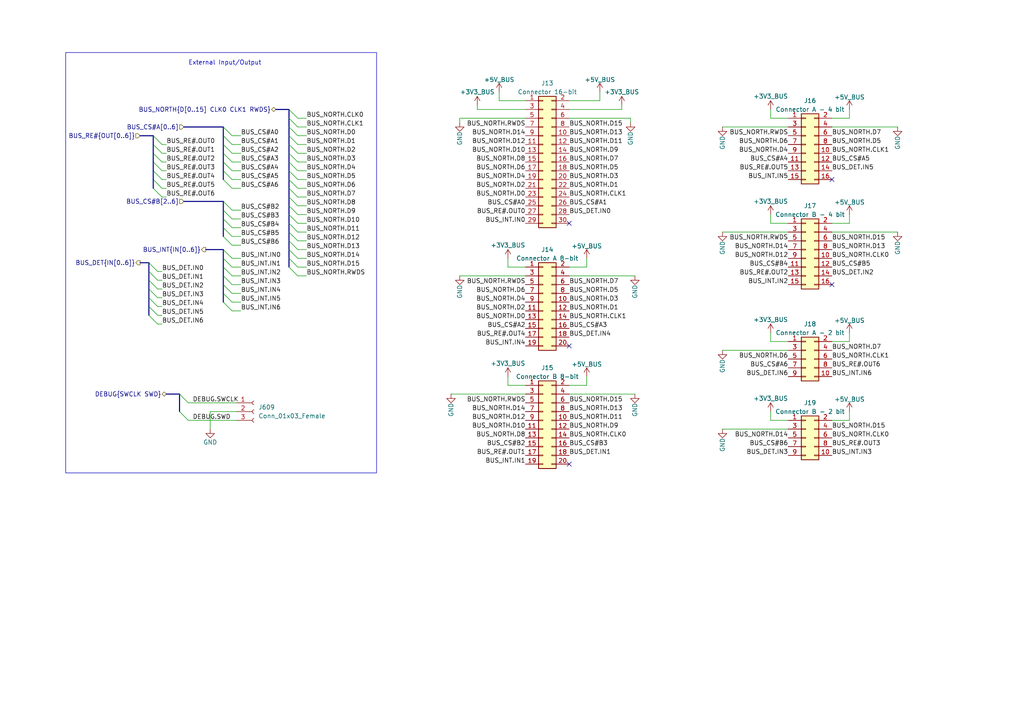
<source format=kicad_sch>
(kicad_sch (version 20221004) (generator eeschema)

  (uuid 3f0fd1cb-c54b-41c6-a7e7-9d9271672be1)

  (paper "A4")

  (lib_symbols
    (symbol "Conn_01x03_Female_1" (pin_names (offset 1.016) hide) (in_bom yes) (on_board yes)
      (property "Reference" "J" (at 0 5.08 0)
        (effects (font (size 1.27 1.27)))
      )
      (property "Value" "Conn_01x03_Female" (at 0 -5.08 0)
        (effects (font (size 1.27 1.27)))
      )
      (property "Footprint" "" (at 0 0 0)
        (effects (font (size 1.27 1.27)) hide)
      )
      (property "Datasheet" "~" (at 0 0 0)
        (effects (font (size 1.27 1.27)) hide)
      )
      (property "ki_keywords" "connector" (at 0 0 0)
        (effects (font (size 1.27 1.27)) hide)
      )
      (property "ki_description" "Generic connector, single row, 01x03, script generated (kicad-library-utils/schlib/autogen/connector/)" (at 0 0 0)
        (effects (font (size 1.27 1.27)) hide)
      )
      (property "ki_fp_filters" "Connector*:*_1x??_*" (at 0 0 0)
        (effects (font (size 1.27 1.27)) hide)
      )
      (symbol "Conn_01x03_Female_1_1_1"
        (arc (start 0 -2.032) (mid -0.5058 -2.54) (end 0 -3.048)
          (stroke (width 0.1524) (type default))
          (fill (type none))
        )
        (polyline
          (pts
            (xy -1.27 -2.54)
            (xy -0.508 -2.54)
          )
          (stroke (width 0.1524) (type default))
          (fill (type none))
        )
        (polyline
          (pts
            (xy -1.27 0)
            (xy -0.508 0)
          )
          (stroke (width 0.1524) (type default))
          (fill (type none))
        )
        (polyline
          (pts
            (xy -1.27 2.54)
            (xy -0.508 2.54)
          )
          (stroke (width 0.1524) (type default))
          (fill (type none))
        )
        (arc (start 0 0.508) (mid -0.5058 0) (end 0 -0.508)
          (stroke (width 0.1524) (type default))
          (fill (type none))
        )
        (arc (start 0 3.048) (mid -0.5058 2.54) (end 0 2.032)
          (stroke (width 0.1524) (type default))
          (fill (type none))
        )
        (pin passive line (at -5.08 2.54 0) (length 3.81)
          (name "Pin_1" (effects (font (size 1.27 1.27))))
          (number "1" (effects (font (size 1.27 1.27))))
        )
        (pin passive line (at -5.08 0 0) (length 3.81)
          (name "Pin_2" (effects (font (size 1.27 1.27))))
          (number "2" (effects (font (size 1.27 1.27))))
        )
        (pin passive line (at -5.08 -2.54 0) (length 3.81)
          (name "Pin_3" (effects (font (size 1.27 1.27))))
          (number "3" (effects (font (size 1.27 1.27))))
        )
      )
    )
    (symbol "Connector_Generic:Conn_02x05_Odd_Even" (pin_names (offset 1.016) hide) (in_bom yes) (on_board yes)
      (property "Reference" "J" (at 1.27 7.62 0)
        (effects (font (size 1.27 1.27)))
      )
      (property "Value" "Conn_02x05_Odd_Even" (at 1.27 -7.62 0)
        (effects (font (size 1.27 1.27)))
      )
      (property "Footprint" "" (at 0 0 0)
        (effects (font (size 1.27 1.27)) hide)
      )
      (property "Datasheet" "~" (at 0 0 0)
        (effects (font (size 1.27 1.27)) hide)
      )
      (property "ki_keywords" "connector" (at 0 0 0)
        (effects (font (size 1.27 1.27)) hide)
      )
      (property "ki_description" "Generic connector, double row, 02x05, odd/even pin numbering scheme (row 1 odd numbers, row 2 even numbers), script generated (kicad-library-utils/schlib/autogen/connector/)" (at 0 0 0)
        (effects (font (size 1.27 1.27)) hide)
      )
      (property "ki_fp_filters" "Connector*:*_2x??_*" (at 0 0 0)
        (effects (font (size 1.27 1.27)) hide)
      )
      (symbol "Conn_02x05_Odd_Even_1_1"
        (rectangle (start -1.27 -4.953) (end 0 -5.207)
          (stroke (width 0.1524) (type default))
          (fill (type none))
        )
        (rectangle (start -1.27 -2.413) (end 0 -2.667)
          (stroke (width 0.1524) (type default))
          (fill (type none))
        )
        (rectangle (start -1.27 0.127) (end 0 -0.127)
          (stroke (width 0.1524) (type default))
          (fill (type none))
        )
        (rectangle (start -1.27 2.667) (end 0 2.413)
          (stroke (width 0.1524) (type default))
          (fill (type none))
        )
        (rectangle (start -1.27 5.207) (end 0 4.953)
          (stroke (width 0.1524) (type default))
          (fill (type none))
        )
        (rectangle (start -1.27 6.35) (end 3.81 -6.35)
          (stroke (width 0.254) (type default))
          (fill (type background))
        )
        (rectangle (start 3.81 -4.953) (end 2.54 -5.207)
          (stroke (width 0.1524) (type default))
          (fill (type none))
        )
        (rectangle (start 3.81 -2.413) (end 2.54 -2.667)
          (stroke (width 0.1524) (type default))
          (fill (type none))
        )
        (rectangle (start 3.81 0.127) (end 2.54 -0.127)
          (stroke (width 0.1524) (type default))
          (fill (type none))
        )
        (rectangle (start 3.81 2.667) (end 2.54 2.413)
          (stroke (width 0.1524) (type default))
          (fill (type none))
        )
        (rectangle (start 3.81 5.207) (end 2.54 4.953)
          (stroke (width 0.1524) (type default))
          (fill (type none))
        )
        (pin passive line (at -5.08 5.08 0) (length 3.81)
          (name "Pin_1" (effects (font (size 1.27 1.27))))
          (number "1" (effects (font (size 1.27 1.27))))
        )
        (pin passive line (at 7.62 -5.08 180) (length 3.81)
          (name "Pin_10" (effects (font (size 1.27 1.27))))
          (number "10" (effects (font (size 1.27 1.27))))
        )
        (pin passive line (at 7.62 5.08 180) (length 3.81)
          (name "Pin_2" (effects (font (size 1.27 1.27))))
          (number "2" (effects (font (size 1.27 1.27))))
        )
        (pin passive line (at -5.08 2.54 0) (length 3.81)
          (name "Pin_3" (effects (font (size 1.27 1.27))))
          (number "3" (effects (font (size 1.27 1.27))))
        )
        (pin passive line (at 7.62 2.54 180) (length 3.81)
          (name "Pin_4" (effects (font (size 1.27 1.27))))
          (number "4" (effects (font (size 1.27 1.27))))
        )
        (pin passive line (at -5.08 0 0) (length 3.81)
          (name "Pin_5" (effects (font (size 1.27 1.27))))
          (number "5" (effects (font (size 1.27 1.27))))
        )
        (pin passive line (at 7.62 0 180) (length 3.81)
          (name "Pin_6" (effects (font (size 1.27 1.27))))
          (number "6" (effects (font (size 1.27 1.27))))
        )
        (pin passive line (at -5.08 -2.54 0) (length 3.81)
          (name "Pin_7" (effects (font (size 1.27 1.27))))
          (number "7" (effects (font (size 1.27 1.27))))
        )
        (pin passive line (at 7.62 -2.54 180) (length 3.81)
          (name "Pin_8" (effects (font (size 1.27 1.27))))
          (number "8" (effects (font (size 1.27 1.27))))
        )
        (pin passive line (at -5.08 -5.08 0) (length 3.81)
          (name "Pin_9" (effects (font (size 1.27 1.27))))
          (number "9" (effects (font (size 1.27 1.27))))
        )
      )
    )
    (symbol "Connector_Generic:Conn_02x08_Odd_Even" (pin_names (offset 1.016) hide) (in_bom yes) (on_board yes)
      (property "Reference" "J" (at 1.27 10.16 0)
        (effects (font (size 1.27 1.27)))
      )
      (property "Value" "Conn_02x08_Odd_Even" (at 1.27 -12.7 0)
        (effects (font (size 1.27 1.27)))
      )
      (property "Footprint" "" (at 0 0 0)
        (effects (font (size 1.27 1.27)) hide)
      )
      (property "Datasheet" "~" (at 0 0 0)
        (effects (font (size 1.27 1.27)) hide)
      )
      (property "ki_keywords" "connector" (at 0 0 0)
        (effects (font (size 1.27 1.27)) hide)
      )
      (property "ki_description" "Generic connector, double row, 02x08, odd/even pin numbering scheme (row 1 odd numbers, row 2 even numbers), script generated (kicad-library-utils/schlib/autogen/connector/)" (at 0 0 0)
        (effects (font (size 1.27 1.27)) hide)
      )
      (property "ki_fp_filters" "Connector*:*_2x??_*" (at 0 0 0)
        (effects (font (size 1.27 1.27)) hide)
      )
      (symbol "Conn_02x08_Odd_Even_1_1"
        (rectangle (start -1.27 -10.033) (end 0 -10.287)
          (stroke (width 0.1524) (type default))
          (fill (type none))
        )
        (rectangle (start -1.27 -7.493) (end 0 -7.747)
          (stroke (width 0.1524) (type default))
          (fill (type none))
        )
        (rectangle (start -1.27 -4.953) (end 0 -5.207)
          (stroke (width 0.1524) (type default))
          (fill (type none))
        )
        (rectangle (start -1.27 -2.413) (end 0 -2.667)
          (stroke (width 0.1524) (type default))
          (fill (type none))
        )
        (rectangle (start -1.27 0.127) (end 0 -0.127)
          (stroke (width 0.1524) (type default))
          (fill (type none))
        )
        (rectangle (start -1.27 2.667) (end 0 2.413)
          (stroke (width 0.1524) (type default))
          (fill (type none))
        )
        (rectangle (start -1.27 5.207) (end 0 4.953)
          (stroke (width 0.1524) (type default))
          (fill (type none))
        )
        (rectangle (start -1.27 7.747) (end 0 7.493)
          (stroke (width 0.1524) (type default))
          (fill (type none))
        )
        (rectangle (start -1.27 8.89) (end 3.81 -11.43)
          (stroke (width 0.254) (type default))
          (fill (type background))
        )
        (rectangle (start 3.81 -10.033) (end 2.54 -10.287)
          (stroke (width 0.1524) (type default))
          (fill (type none))
        )
        (rectangle (start 3.81 -7.493) (end 2.54 -7.747)
          (stroke (width 0.1524) (type default))
          (fill (type none))
        )
        (rectangle (start 3.81 -4.953) (end 2.54 -5.207)
          (stroke (width 0.1524) (type default))
          (fill (type none))
        )
        (rectangle (start 3.81 -2.413) (end 2.54 -2.667)
          (stroke (width 0.1524) (type default))
          (fill (type none))
        )
        (rectangle (start 3.81 0.127) (end 2.54 -0.127)
          (stroke (width 0.1524) (type default))
          (fill (type none))
        )
        (rectangle (start 3.81 2.667) (end 2.54 2.413)
          (stroke (width 0.1524) (type default))
          (fill (type none))
        )
        (rectangle (start 3.81 5.207) (end 2.54 4.953)
          (stroke (width 0.1524) (type default))
          (fill (type none))
        )
        (rectangle (start 3.81 7.747) (end 2.54 7.493)
          (stroke (width 0.1524) (type default))
          (fill (type none))
        )
        (pin passive line (at -5.08 7.62 0) (length 3.81)
          (name "Pin_1" (effects (font (size 1.27 1.27))))
          (number "1" (effects (font (size 1.27 1.27))))
        )
        (pin passive line (at 7.62 -2.54 180) (length 3.81)
          (name "Pin_10" (effects (font (size 1.27 1.27))))
          (number "10" (effects (font (size 1.27 1.27))))
        )
        (pin passive line (at -5.08 -5.08 0) (length 3.81)
          (name "Pin_11" (effects (font (size 1.27 1.27))))
          (number "11" (effects (font (size 1.27 1.27))))
        )
        (pin passive line (at 7.62 -5.08 180) (length 3.81)
          (name "Pin_12" (effects (font (size 1.27 1.27))))
          (number "12" (effects (font (size 1.27 1.27))))
        )
        (pin passive line (at -5.08 -7.62 0) (length 3.81)
          (name "Pin_13" (effects (font (size 1.27 1.27))))
          (number "13" (effects (font (size 1.27 1.27))))
        )
        (pin passive line (at 7.62 -7.62 180) (length 3.81)
          (name "Pin_14" (effects (font (size 1.27 1.27))))
          (number "14" (effects (font (size 1.27 1.27))))
        )
        (pin passive line (at -5.08 -10.16 0) (length 3.81)
          (name "Pin_15" (effects (font (size 1.27 1.27))))
          (number "15" (effects (font (size 1.27 1.27))))
        )
        (pin passive line (at 7.62 -10.16 180) (length 3.81)
          (name "Pin_16" (effects (font (size 1.27 1.27))))
          (number "16" (effects (font (size 1.27 1.27))))
        )
        (pin passive line (at 7.62 7.62 180) (length 3.81)
          (name "Pin_2" (effects (font (size 1.27 1.27))))
          (number "2" (effects (font (size 1.27 1.27))))
        )
        (pin passive line (at -5.08 5.08 0) (length 3.81)
          (name "Pin_3" (effects (font (size 1.27 1.27))))
          (number "3" (effects (font (size 1.27 1.27))))
        )
        (pin passive line (at 7.62 5.08 180) (length 3.81)
          (name "Pin_4" (effects (font (size 1.27 1.27))))
          (number "4" (effects (font (size 1.27 1.27))))
        )
        (pin passive line (at -5.08 2.54 0) (length 3.81)
          (name "Pin_5" (effects (font (size 1.27 1.27))))
          (number "5" (effects (font (size 1.27 1.27))))
        )
        (pin passive line (at 7.62 2.54 180) (length 3.81)
          (name "Pin_6" (effects (font (size 1.27 1.27))))
          (number "6" (effects (font (size 1.27 1.27))))
        )
        (pin passive line (at -5.08 0 0) (length 3.81)
          (name "Pin_7" (effects (font (size 1.27 1.27))))
          (number "7" (effects (font (size 1.27 1.27))))
        )
        (pin passive line (at 7.62 0 180) (length 3.81)
          (name "Pin_8" (effects (font (size 1.27 1.27))))
          (number "8" (effects (font (size 1.27 1.27))))
        )
        (pin passive line (at -5.08 -2.54 0) (length 3.81)
          (name "Pin_9" (effects (font (size 1.27 1.27))))
          (number "9" (effects (font (size 1.27 1.27))))
        )
      )
    )
    (symbol "Connector_Generic:Conn_02x10_Odd_Even" (pin_names (offset 1.016) hide) (in_bom yes) (on_board yes)
      (property "Reference" "J" (at 1.27 12.7 0)
        (effects (font (size 1.27 1.27)))
      )
      (property "Value" "Conn_02x10_Odd_Even" (at 1.27 -15.24 0)
        (effects (font (size 1.27 1.27)))
      )
      (property "Footprint" "" (at 0 0 0)
        (effects (font (size 1.27 1.27)) hide)
      )
      (property "Datasheet" "~" (at 0 0 0)
        (effects (font (size 1.27 1.27)) hide)
      )
      (property "ki_keywords" "connector" (at 0 0 0)
        (effects (font (size 1.27 1.27)) hide)
      )
      (property "ki_description" "Generic connector, double row, 02x10, odd/even pin numbering scheme (row 1 odd numbers, row 2 even numbers), script generated (kicad-library-utils/schlib/autogen/connector/)" (at 0 0 0)
        (effects (font (size 1.27 1.27)) hide)
      )
      (property "ki_fp_filters" "Connector*:*_2x??_*" (at 0 0 0)
        (effects (font (size 1.27 1.27)) hide)
      )
      (symbol "Conn_02x10_Odd_Even_1_1"
        (rectangle (start -1.27 -12.573) (end 0 -12.827)
          (stroke (width 0.1524) (type default))
          (fill (type none))
        )
        (rectangle (start -1.27 -10.033) (end 0 -10.287)
          (stroke (width 0.1524) (type default))
          (fill (type none))
        )
        (rectangle (start -1.27 -7.493) (end 0 -7.747)
          (stroke (width 0.1524) (type default))
          (fill (type none))
        )
        (rectangle (start -1.27 -4.953) (end 0 -5.207)
          (stroke (width 0.1524) (type default))
          (fill (type none))
        )
        (rectangle (start -1.27 -2.413) (end 0 -2.667)
          (stroke (width 0.1524) (type default))
          (fill (type none))
        )
        (rectangle (start -1.27 0.127) (end 0 -0.127)
          (stroke (width 0.1524) (type default))
          (fill (type none))
        )
        (rectangle (start -1.27 2.667) (end 0 2.413)
          (stroke (width 0.1524) (type default))
          (fill (type none))
        )
        (rectangle (start -1.27 5.207) (end 0 4.953)
          (stroke (width 0.1524) (type default))
          (fill (type none))
        )
        (rectangle (start -1.27 7.747) (end 0 7.493)
          (stroke (width 0.1524) (type default))
          (fill (type none))
        )
        (rectangle (start -1.27 10.287) (end 0 10.033)
          (stroke (width 0.1524) (type default))
          (fill (type none))
        )
        (rectangle (start -1.27 11.43) (end 3.81 -13.97)
          (stroke (width 0.254) (type default))
          (fill (type background))
        )
        (rectangle (start 3.81 -12.573) (end 2.54 -12.827)
          (stroke (width 0.1524) (type default))
          (fill (type none))
        )
        (rectangle (start 3.81 -10.033) (end 2.54 -10.287)
          (stroke (width 0.1524) (type default))
          (fill (type none))
        )
        (rectangle (start 3.81 -7.493) (end 2.54 -7.747)
          (stroke (width 0.1524) (type default))
          (fill (type none))
        )
        (rectangle (start 3.81 -4.953) (end 2.54 -5.207)
          (stroke (width 0.1524) (type default))
          (fill (type none))
        )
        (rectangle (start 3.81 -2.413) (end 2.54 -2.667)
          (stroke (width 0.1524) (type default))
          (fill (type none))
        )
        (rectangle (start 3.81 0.127) (end 2.54 -0.127)
          (stroke (width 0.1524) (type default))
          (fill (type none))
        )
        (rectangle (start 3.81 2.667) (end 2.54 2.413)
          (stroke (width 0.1524) (type default))
          (fill (type none))
        )
        (rectangle (start 3.81 5.207) (end 2.54 4.953)
          (stroke (width 0.1524) (type default))
          (fill (type none))
        )
        (rectangle (start 3.81 7.747) (end 2.54 7.493)
          (stroke (width 0.1524) (type default))
          (fill (type none))
        )
        (rectangle (start 3.81 10.287) (end 2.54 10.033)
          (stroke (width 0.1524) (type default))
          (fill (type none))
        )
        (pin passive line (at -5.08 10.16 0) (length 3.81)
          (name "Pin_1" (effects (font (size 1.27 1.27))))
          (number "1" (effects (font (size 1.27 1.27))))
        )
        (pin passive line (at 7.62 0 180) (length 3.81)
          (name "Pin_10" (effects (font (size 1.27 1.27))))
          (number "10" (effects (font (size 1.27 1.27))))
        )
        (pin passive line (at -5.08 -2.54 0) (length 3.81)
          (name "Pin_11" (effects (font (size 1.27 1.27))))
          (number "11" (effects (font (size 1.27 1.27))))
        )
        (pin passive line (at 7.62 -2.54 180) (length 3.81)
          (name "Pin_12" (effects (font (size 1.27 1.27))))
          (number "12" (effects (font (size 1.27 1.27))))
        )
        (pin passive line (at -5.08 -5.08 0) (length 3.81)
          (name "Pin_13" (effects (font (size 1.27 1.27))))
          (number "13" (effects (font (size 1.27 1.27))))
        )
        (pin passive line (at 7.62 -5.08 180) (length 3.81)
          (name "Pin_14" (effects (font (size 1.27 1.27))))
          (number "14" (effects (font (size 1.27 1.27))))
        )
        (pin passive line (at -5.08 -7.62 0) (length 3.81)
          (name "Pin_15" (effects (font (size 1.27 1.27))))
          (number "15" (effects (font (size 1.27 1.27))))
        )
        (pin passive line (at 7.62 -7.62 180) (length 3.81)
          (name "Pin_16" (effects (font (size 1.27 1.27))))
          (number "16" (effects (font (size 1.27 1.27))))
        )
        (pin passive line (at -5.08 -10.16 0) (length 3.81)
          (name "Pin_17" (effects (font (size 1.27 1.27))))
          (number "17" (effects (font (size 1.27 1.27))))
        )
        (pin passive line (at 7.62 -10.16 180) (length 3.81)
          (name "Pin_18" (effects (font (size 1.27 1.27))))
          (number "18" (effects (font (size 1.27 1.27))))
        )
        (pin passive line (at -5.08 -12.7 0) (length 3.81)
          (name "Pin_19" (effects (font (size 1.27 1.27))))
          (number "19" (effects (font (size 1.27 1.27))))
        )
        (pin passive line (at 7.62 10.16 180) (length 3.81)
          (name "Pin_2" (effects (font (size 1.27 1.27))))
          (number "2" (effects (font (size 1.27 1.27))))
        )
        (pin passive line (at 7.62 -12.7 180) (length 3.81)
          (name "Pin_20" (effects (font (size 1.27 1.27))))
          (number "20" (effects (font (size 1.27 1.27))))
        )
        (pin passive line (at -5.08 7.62 0) (length 3.81)
          (name "Pin_3" (effects (font (size 1.27 1.27))))
          (number "3" (effects (font (size 1.27 1.27))))
        )
        (pin passive line (at 7.62 7.62 180) (length 3.81)
          (name "Pin_4" (effects (font (size 1.27 1.27))))
          (number "4" (effects (font (size 1.27 1.27))))
        )
        (pin passive line (at -5.08 5.08 0) (length 3.81)
          (name "Pin_5" (effects (font (size 1.27 1.27))))
          (number "5" (effects (font (size 1.27 1.27))))
        )
        (pin passive line (at 7.62 5.08 180) (length 3.81)
          (name "Pin_6" (effects (font (size 1.27 1.27))))
          (number "6" (effects (font (size 1.27 1.27))))
        )
        (pin passive line (at -5.08 2.54 0) (length 3.81)
          (name "Pin_7" (effects (font (size 1.27 1.27))))
          (number "7" (effects (font (size 1.27 1.27))))
        )
        (pin passive line (at 7.62 2.54 180) (length 3.81)
          (name "Pin_8" (effects (font (size 1.27 1.27))))
          (number "8" (effects (font (size 1.27 1.27))))
        )
        (pin passive line (at -5.08 0 0) (length 3.81)
          (name "Pin_9" (effects (font (size 1.27 1.27))))
          (number "9" (effects (font (size 1.27 1.27))))
        )
      )
    )
    (symbol "Connector_Generic:Conn_02x15_Odd_Even" (pin_names (offset 1.016) hide) (in_bom yes) (on_board yes)
      (property "Reference" "J" (at 1.27 20.32 0)
        (effects (font (size 1.27 1.27)))
      )
      (property "Value" "Conn_02x15_Odd_Even" (at 1.27 -20.32 0)
        (effects (font (size 1.27 1.27)))
      )
      (property "Footprint" "" (at 0 0 0)
        (effects (font (size 1.27 1.27)) hide)
      )
      (property "Datasheet" "~" (at 0 0 0)
        (effects (font (size 1.27 1.27)) hide)
      )
      (property "ki_keywords" "connector" (at 0 0 0)
        (effects (font (size 1.27 1.27)) hide)
      )
      (property "ki_description" "Generic connector, double row, 02x15, odd/even pin numbering scheme (row 1 odd numbers, row 2 even numbers), script generated (kicad-library-utils/schlib/autogen/connector/)" (at 0 0 0)
        (effects (font (size 1.27 1.27)) hide)
      )
      (property "ki_fp_filters" "Connector*:*_2x??_*" (at 0 0 0)
        (effects (font (size 1.27 1.27)) hide)
      )
      (symbol "Conn_02x15_Odd_Even_1_1"
        (rectangle (start -1.27 -17.653) (end 0 -17.907)
          (stroke (width 0.1524) (type default))
          (fill (type none))
        )
        (rectangle (start -1.27 -15.113) (end 0 -15.367)
          (stroke (width 0.1524) (type default))
          (fill (type none))
        )
        (rectangle (start -1.27 -12.573) (end 0 -12.827)
          (stroke (width 0.1524) (type default))
          (fill (type none))
        )
        (rectangle (start -1.27 -10.033) (end 0 -10.287)
          (stroke (width 0.1524) (type default))
          (fill (type none))
        )
        (rectangle (start -1.27 -7.493) (end 0 -7.747)
          (stroke (width 0.1524) (type default))
          (fill (type none))
        )
        (rectangle (start -1.27 -4.953) (end 0 -5.207)
          (stroke (width 0.1524) (type default))
          (fill (type none))
        )
        (rectangle (start -1.27 -2.413) (end 0 -2.667)
          (stroke (width 0.1524) (type default))
          (fill (type none))
        )
        (rectangle (start -1.27 0.127) (end 0 -0.127)
          (stroke (width 0.1524) (type default))
          (fill (type none))
        )
        (rectangle (start -1.27 2.667) (end 0 2.413)
          (stroke (width 0.1524) (type default))
          (fill (type none))
        )
        (rectangle (start -1.27 5.207) (end 0 4.953)
          (stroke (width 0.1524) (type default))
          (fill (type none))
        )
        (rectangle (start -1.27 7.747) (end 0 7.493)
          (stroke (width 0.1524) (type default))
          (fill (type none))
        )
        (rectangle (start -1.27 10.287) (end 0 10.033)
          (stroke (width 0.1524) (type default))
          (fill (type none))
        )
        (rectangle (start -1.27 12.827) (end 0 12.573)
          (stroke (width 0.1524) (type default))
          (fill (type none))
        )
        (rectangle (start -1.27 15.367) (end 0 15.113)
          (stroke (width 0.1524) (type default))
          (fill (type none))
        )
        (rectangle (start -1.27 17.907) (end 0 17.653)
          (stroke (width 0.1524) (type default))
          (fill (type none))
        )
        (rectangle (start -1.27 19.05) (end 3.81 -19.05)
          (stroke (width 0.254) (type default))
          (fill (type background))
        )
        (rectangle (start 3.81 -17.653) (end 2.54 -17.907)
          (stroke (width 0.1524) (type default))
          (fill (type none))
        )
        (rectangle (start 3.81 -15.113) (end 2.54 -15.367)
          (stroke (width 0.1524) (type default))
          (fill (type none))
        )
        (rectangle (start 3.81 -12.573) (end 2.54 -12.827)
          (stroke (width 0.1524) (type default))
          (fill (type none))
        )
        (rectangle (start 3.81 -10.033) (end 2.54 -10.287)
          (stroke (width 0.1524) (type default))
          (fill (type none))
        )
        (rectangle (start 3.81 -7.493) (end 2.54 -7.747)
          (stroke (width 0.1524) (type default))
          (fill (type none))
        )
        (rectangle (start 3.81 -4.953) (end 2.54 -5.207)
          (stroke (width 0.1524) (type default))
          (fill (type none))
        )
        (rectangle (start 3.81 -2.413) (end 2.54 -2.667)
          (stroke (width 0.1524) (type default))
          (fill (type none))
        )
        (rectangle (start 3.81 0.127) (end 2.54 -0.127)
          (stroke (width 0.1524) (type default))
          (fill (type none))
        )
        (rectangle (start 3.81 2.667) (end 2.54 2.413)
          (stroke (width 0.1524) (type default))
          (fill (type none))
        )
        (rectangle (start 3.81 5.207) (end 2.54 4.953)
          (stroke (width 0.1524) (type default))
          (fill (type none))
        )
        (rectangle (start 3.81 7.747) (end 2.54 7.493)
          (stroke (width 0.1524) (type default))
          (fill (type none))
        )
        (rectangle (start 3.81 10.287) (end 2.54 10.033)
          (stroke (width 0.1524) (type default))
          (fill (type none))
        )
        (rectangle (start 3.81 12.827) (end 2.54 12.573)
          (stroke (width 0.1524) (type default))
          (fill (type none))
        )
        (rectangle (start 3.81 15.367) (end 2.54 15.113)
          (stroke (width 0.1524) (type default))
          (fill (type none))
        )
        (rectangle (start 3.81 17.907) (end 2.54 17.653)
          (stroke (width 0.1524) (type default))
          (fill (type none))
        )
        (pin passive line (at -5.08 17.78 0) (length 3.81)
          (name "Pin_1" (effects (font (size 1.27 1.27))))
          (number "1" (effects (font (size 1.27 1.27))))
        )
        (pin passive line (at 7.62 7.62 180) (length 3.81)
          (name "Pin_10" (effects (font (size 1.27 1.27))))
          (number "10" (effects (font (size 1.27 1.27))))
        )
        (pin passive line (at -5.08 5.08 0) (length 3.81)
          (name "Pin_11" (effects (font (size 1.27 1.27))))
          (number "11" (effects (font (size 1.27 1.27))))
        )
        (pin passive line (at 7.62 5.08 180) (length 3.81)
          (name "Pin_12" (effects (font (size 1.27 1.27))))
          (number "12" (effects (font (size 1.27 1.27))))
        )
        (pin passive line (at -5.08 2.54 0) (length 3.81)
          (name "Pin_13" (effects (font (size 1.27 1.27))))
          (number "13" (effects (font (size 1.27 1.27))))
        )
        (pin passive line (at 7.62 2.54 180) (length 3.81)
          (name "Pin_14" (effects (font (size 1.27 1.27))))
          (number "14" (effects (font (size 1.27 1.27))))
        )
        (pin passive line (at -5.08 0 0) (length 3.81)
          (name "Pin_15" (effects (font (size 1.27 1.27))))
          (number "15" (effects (font (size 1.27 1.27))))
        )
        (pin passive line (at 7.62 0 180) (length 3.81)
          (name "Pin_16" (effects (font (size 1.27 1.27))))
          (number "16" (effects (font (size 1.27 1.27))))
        )
        (pin passive line (at -5.08 -2.54 0) (length 3.81)
          (name "Pin_17" (effects (font (size 1.27 1.27))))
          (number "17" (effects (font (size 1.27 1.27))))
        )
        (pin passive line (at 7.62 -2.54 180) (length 3.81)
          (name "Pin_18" (effects (font (size 1.27 1.27))))
          (number "18" (effects (font (size 1.27 1.27))))
        )
        (pin passive line (at -5.08 -5.08 0) (length 3.81)
          (name "Pin_19" (effects (font (size 1.27 1.27))))
          (number "19" (effects (font (size 1.27 1.27))))
        )
        (pin passive line (at 7.62 17.78 180) (length 3.81)
          (name "Pin_2" (effects (font (size 1.27 1.27))))
          (number "2" (effects (font (size 1.27 1.27))))
        )
        (pin passive line (at 7.62 -5.08 180) (length 3.81)
          (name "Pin_20" (effects (font (size 1.27 1.27))))
          (number "20" (effects (font (size 1.27 1.27))))
        )
        (pin passive line (at -5.08 -7.62 0) (length 3.81)
          (name "Pin_21" (effects (font (size 1.27 1.27))))
          (number "21" (effects (font (size 1.27 1.27))))
        )
        (pin passive line (at 7.62 -7.62 180) (length 3.81)
          (name "Pin_22" (effects (font (size 1.27 1.27))))
          (number "22" (effects (font (size 1.27 1.27))))
        )
        (pin passive line (at -5.08 -10.16 0) (length 3.81)
          (name "Pin_23" (effects (font (size 1.27 1.27))))
          (number "23" (effects (font (size 1.27 1.27))))
        )
        (pin passive line (at 7.62 -10.16 180) (length 3.81)
          (name "Pin_24" (effects (font (size 1.27 1.27))))
          (number "24" (effects (font (size 1.27 1.27))))
        )
        (pin passive line (at -5.08 -12.7 0) (length 3.81)
          (name "Pin_25" (effects (font (size 1.27 1.27))))
          (number "25" (effects (font (size 1.27 1.27))))
        )
        (pin passive line (at 7.62 -12.7 180) (length 3.81)
          (name "Pin_26" (effects (font (size 1.27 1.27))))
          (number "26" (effects (font (size 1.27 1.27))))
        )
        (pin passive line (at -5.08 -15.24 0) (length 3.81)
          (name "Pin_27" (effects (font (size 1.27 1.27))))
          (number "27" (effects (font (size 1.27 1.27))))
        )
        (pin passive line (at 7.62 -15.24 180) (length 3.81)
          (name "Pin_28" (effects (font (size 1.27 1.27))))
          (number "28" (effects (font (size 1.27 1.27))))
        )
        (pin passive line (at -5.08 -17.78 0) (length 3.81)
          (name "Pin_29" (effects (font (size 1.27 1.27))))
          (number "29" (effects (font (size 1.27 1.27))))
        )
        (pin passive line (at -5.08 15.24 0) (length 3.81)
          (name "Pin_3" (effects (font (size 1.27 1.27))))
          (number "3" (effects (font (size 1.27 1.27))))
        )
        (pin passive line (at 7.62 -17.78 180) (length 3.81)
          (name "Pin_30" (effects (font (size 1.27 1.27))))
          (number "30" (effects (font (size 1.27 1.27))))
        )
        (pin passive line (at 7.62 15.24 180) (length 3.81)
          (name "Pin_4" (effects (font (size 1.27 1.27))))
          (number "4" (effects (font (size 1.27 1.27))))
        )
        (pin passive line (at -5.08 12.7 0) (length 3.81)
          (name "Pin_5" (effects (font (size 1.27 1.27))))
          (number "5" (effects (font (size 1.27 1.27))))
        )
        (pin passive line (at 7.62 12.7 180) (length 3.81)
          (name "Pin_6" (effects (font (size 1.27 1.27))))
          (number "6" (effects (font (size 1.27 1.27))))
        )
        (pin passive line (at -5.08 10.16 0) (length 3.81)
          (name "Pin_7" (effects (font (size 1.27 1.27))))
          (number "7" (effects (font (size 1.27 1.27))))
        )
        (pin passive line (at 7.62 10.16 180) (length 3.81)
          (name "Pin_8" (effects (font (size 1.27 1.27))))
          (number "8" (effects (font (size 1.27 1.27))))
        )
        (pin passive line (at -5.08 7.62 0) (length 3.81)
          (name "Pin_9" (effects (font (size 1.27 1.27))))
          (number "9" (effects (font (size 1.27 1.27))))
        )
      )
    )
    (symbol "power:GND" (power) (pin_names (offset 0)) (in_bom yes) (on_board yes)
      (property "Reference" "#PWR" (at 0 -6.35 0)
        (effects (font (size 1.27 1.27)) hide)
      )
      (property "Value" "GND" (at 0 -3.81 0)
        (effects (font (size 1.27 1.27)))
      )
      (property "Footprint" "" (at 0 0 0)
        (effects (font (size 1.27 1.27)) hide)
      )
      (property "Datasheet" "" (at 0 0 0)
        (effects (font (size 1.27 1.27)) hide)
      )
      (property "ki_keywords" "power-flag" (at 0 0 0)
        (effects (font (size 1.27 1.27)) hide)
      )
      (property "ki_description" "Power symbol creates a global label with name \"GND\" , ground" (at 0 0 0)
        (effects (font (size 1.27 1.27)) hide)
      )
      (symbol "GND_0_1"
        (polyline
          (pts
            (xy 0 0)
            (xy 0 -1.27)
            (xy 1.27 -1.27)
            (xy 0 -2.54)
            (xy -1.27 -1.27)
            (xy 0 -1.27)
          )
          (stroke (width 0) (type default))
          (fill (type none))
        )
      )
      (symbol "GND_1_1"
        (pin power_in line (at 0 0 270) (length 0) hide
          (name "GND" (effects (font (size 1.27 1.27))))
          (number "1" (effects (font (size 1.27 1.27))))
        )
      )
    )
    (symbol "project_power:+3V3_BUS" (power) (pin_names (offset 0)) (in_bom yes) (on_board yes)
      (property "Reference" "#PWR" (at 0 -3.81 0)
        (effects (font (size 1.27 1.27)) hide)
      )
      (property "Value" "+3V3_BUS" (at 0 3.556 0)
        (effects (font (size 1.27 1.27)))
      )
      (property "Footprint" "" (at 0 0 0)
        (effects (font (size 1.27 1.27)) hide)
      )
      (property "Datasheet" "" (at 0 0 0)
        (effects (font (size 1.27 1.27)) hide)
      )
      (property "ki_keywords" "power-flag" (at 0 0 0)
        (effects (font (size 1.27 1.27)) hide)
      )
      (property "ki_description" "Power symbol creates a global label with name \"+5V\"" (at 0 0 0)
        (effects (font (size 1.27 1.27)) hide)
      )
      (symbol "+3V3_BUS_0_1"
        (polyline
          (pts
            (xy -0.762 1.27)
            (xy 0 2.54)
          )
          (stroke (width 0) (type default))
          (fill (type none))
        )
        (polyline
          (pts
            (xy 0 0)
            (xy 0 2.54)
          )
          (stroke (width 0) (type default))
          (fill (type none))
        )
        (polyline
          (pts
            (xy 0 2.54)
            (xy 0.762 1.27)
          )
          (stroke (width 0) (type default))
          (fill (type none))
        )
      )
      (symbol "+3V3_BUS_1_1"
        (pin power_in line (at 0 0 90) (length 0) hide
          (name "+3V3_BUS" (effects (font (size 1.27 1.27))))
          (number "1" (effects (font (size 1.27 1.27))))
        )
      )
    )
    (symbol "project_power:+5V_BUS" (power) (pin_names (offset 0)) (in_bom yes) (on_board yes)
      (property "Reference" "#PWR" (at 0 -3.81 0)
        (effects (font (size 1.27 1.27)) hide)
      )
      (property "Value" "+5V_BUS" (at 0 3.556 0)
        (effects (font (size 1.27 1.27)))
      )
      (property "Footprint" "" (at 0 0 0)
        (effects (font (size 1.27 1.27)) hide)
      )
      (property "Datasheet" "" (at 0 0 0)
        (effects (font (size 1.27 1.27)) hide)
      )
      (property "ki_keywords" "power-flag" (at 0 0 0)
        (effects (font (size 1.27 1.27)) hide)
      )
      (property "ki_description" "Power symbol creates a global label with name \"+5V\"" (at 0 0 0)
        (effects (font (size 1.27 1.27)) hide)
      )
      (symbol "+5V_BUS_0_1"
        (polyline
          (pts
            (xy -0.762 1.27)
            (xy 0 2.54)
          )
          (stroke (width 0) (type default))
          (fill (type none))
        )
        (polyline
          (pts
            (xy 0 0)
            (xy 0 2.54)
          )
          (stroke (width 0) (type default))
          (fill (type none))
        )
        (polyline
          (pts
            (xy 0 2.54)
            (xy 0.762 1.27)
          )
          (stroke (width 0) (type default))
          (fill (type none))
        )
      )
      (symbol "+5V_BUS_1_1"
        (pin power_in line (at 0 0 90) (length 0) hide
          (name "+5V_BUS" (effects (font (size 1.27 1.27))))
          (number "1" (effects (font (size 1.27 1.27))))
        )
      )
    )
  )


  (no_connect (at 165.1 64.77) (uuid 4c70e546-3c5a-4367-a78e-ffad519381cd))
  (no_connect (at 165.1 134.62) (uuid 69586a56-331e-4ead-bc58-50043e66eb68))
  (no_connect (at 165.1 100.33) (uuid 6caa7f49-adb3-403f-8c22-e961afd96674))
  (no_connect (at 241.3 82.55) (uuid 6d222178-b0d6-4fee-8743-54288ee83859))
  (no_connect (at 241.3 52.07) (uuid 82a275be-d67e-4a94-8053-6f7705e692f1))

  (bus_entry (at 44.45 52.07) (size 2.54 2.54)
    (stroke (width 0) (type default))
    (uuid 0ae5d03d-523e-4ed7-b31f-5cadb434e1d6)
  )
  (bus_entry (at 64.77 39.37) (size 2.54 2.54)
    (stroke (width 0) (type default))
    (uuid 1270060c-652b-4d0b-abc7-3225cbc6a4f6)
  )
  (bus_entry (at 83.82 74.93) (size 2.54 2.54)
    (stroke (width 0) (type default))
    (uuid 13392caa-46d6-4740-b3b6-789df3a180e5)
  )
  (bus_entry (at 67.31 85.09) (size -2.54 -2.54)
    (stroke (width 0) (type default))
    (uuid 1a29b95a-fef6-4682-953c-e899aef43711)
  )
  (bus_entry (at 43.18 78.74) (size 2.54 2.54)
    (stroke (width 0) (type default))
    (uuid 2748e1c0-21c8-42e2-a378-69100fe54db1)
  )
  (bus_entry (at 83.82 36.83) (size 2.54 2.54)
    (stroke (width 0) (type default))
    (uuid 2830ec7a-47c0-41c9-995c-0c1c403b4e98)
  )
  (bus_entry (at 83.82 72.39) (size 2.54 2.54)
    (stroke (width 0) (type default))
    (uuid 288ebd70-313a-4c98-a295-aeee3a2ba682)
  )
  (bus_entry (at 64.77 49.53) (size 2.54 2.54)
    (stroke (width 0) (type default))
    (uuid 30c20f90-3aaf-4e1f-90ab-5317542ed836)
  )
  (bus_entry (at 64.77 41.91) (size 2.54 2.54)
    (stroke (width 0) (type default))
    (uuid 354b2b05-33db-45e0-81ab-9bad0886c49a)
  )
  (bus_entry (at 83.82 49.53) (size 2.54 2.54)
    (stroke (width 0) (type default))
    (uuid 46245ee3-4328-498c-bf06-13a34e21dbeb)
  )
  (bus_entry (at 83.82 62.23) (size 2.54 2.54)
    (stroke (width 0) (type default))
    (uuid 4a9bf385-c9a5-4c07-a3a0-39d9985e352a)
  )
  (bus_entry (at 83.82 41.91) (size 2.54 2.54)
    (stroke (width 0) (type default))
    (uuid 4cea3e53-f5b9-4a72-a152-0abd623bb871)
  )
  (bus_entry (at 67.31 90.17) (size -2.54 -2.54)
    (stroke (width 0) (type default))
    (uuid 54e30e25-c7df-4f81-9a19-708be16cb5af)
  )
  (bus_entry (at 64.77 52.07) (size 2.54 2.54)
    (stroke (width 0) (type default))
    (uuid 5506885a-48bf-4bff-a792-62562b779b6f)
  )
  (bus_entry (at 83.82 52.07) (size 2.54 2.54)
    (stroke (width 0) (type default))
    (uuid 581ca783-673d-4941-97d3-97b6b0d33478)
  )
  (bus_entry (at 43.18 88.9) (size 2.54 2.54)
    (stroke (width 0) (type default))
    (uuid 5c358a3d-a875-44cd-9d52-f523fc399e60)
  )
  (bus_entry (at 44.45 54.61) (size 2.54 2.54)
    (stroke (width 0) (type default))
    (uuid 6beca584-66b4-4131-80c0-da8a062049ef)
  )
  (bus_entry (at 64.77 60.96) (size 2.54 2.54)
    (stroke (width 0) (type default))
    (uuid 7848f36b-ee14-44e3-93d2-1f02bfbe1fc1)
  )
  (bus_entry (at 64.77 63.5) (size 2.54 2.54)
    (stroke (width 0) (type default))
    (uuid 79c982bc-df7c-489c-9d28-3f81dda3f7ae)
  )
  (bus_entry (at 83.82 69.85) (size 2.54 2.54)
    (stroke (width 0) (type default))
    (uuid 7ceee95d-8573-4e75-8ce9-f5fa790da7d3)
  )
  (bus_entry (at 44.45 46.99) (size 2.54 2.54)
    (stroke (width 0) (type default))
    (uuid 7f2abc52-d51e-4585-a1b5-17485983f5c1)
  )
  (bus_entry (at 44.45 39.37) (size 2.54 2.54)
    (stroke (width 0) (type default))
    (uuid 7f48a84e-40d8-4ed6-bbdc-a4db7fa41ed2)
  )
  (bus_entry (at 43.18 91.44) (size 2.54 2.54)
    (stroke (width 0) (type default))
    (uuid 82fd13e2-e001-4333-922e-95d219b0f5a8)
  )
  (bus_entry (at 44.45 41.91) (size 2.54 2.54)
    (stroke (width 0) (type default))
    (uuid 88ce7b2e-2e49-4f43-b757-13103b566194)
  )
  (bus_entry (at 83.82 46.99) (size 2.54 2.54)
    (stroke (width 0) (type default))
    (uuid 8a1c35b8-bb34-497f-b4c0-c56dd6c84037)
  )
  (bus_entry (at 52.07 119.38) (size 2.54 2.54)
    (stroke (width 0) (type default))
    (uuid 955f2fbc-0ba9-4226-a6f4-0c0a0421be07)
  )
  (bus_entry (at 83.82 67.31) (size 2.54 2.54)
    (stroke (width 0) (type default))
    (uuid 9b0c0fe2-e887-4a6a-b2c3-99d29c16a3fc)
  )
  (bus_entry (at 64.77 36.83) (size 2.54 2.54)
    (stroke (width 0) (type default))
    (uuid 9d7f9e17-f281-4a96-a3f4-6cdfe7403686)
  )
  (bus_entry (at 67.31 74.93) (size -2.54 -2.54)
    (stroke (width 0) (type default))
    (uuid a44cfeb7-f79c-40ae-ab10-cae185923b55)
  )
  (bus_entry (at 83.82 64.77) (size 2.54 2.54)
    (stroke (width 0) (type default))
    (uuid a7f55ab8-9c16-49e2-aa27-6bc37c04114e)
  )
  (bus_entry (at 67.31 77.47) (size -2.54 -2.54)
    (stroke (width 0) (type default))
    (uuid b2df2bc5-aee5-4a15-8461-a15850e08a97)
  )
  (bus_entry (at 43.18 81.28) (size 2.54 2.54)
    (stroke (width 0) (type default))
    (uuid b2eff6c1-66d2-4907-9e31-985c8cd52a9e)
  )
  (bus_entry (at 52.07 114.3) (size 2.54 2.54)
    (stroke (width 0) (type default))
    (uuid b31b1fa7-c3f0-4075-b892-16d3c6fc0d23)
  )
  (bus_entry (at 64.77 46.99) (size 2.54 2.54)
    (stroke (width 0) (type default))
    (uuid b4500837-bd85-4000-9957-59e9b31e3bd2)
  )
  (bus_entry (at 43.18 76.2) (size 2.54 2.54)
    (stroke (width 0) (type default))
    (uuid b6c374e6-abd5-43eb-bb72-1a9486c87656)
  )
  (bus_entry (at 64.77 58.42) (size 2.54 2.54)
    (stroke (width 0) (type default))
    (uuid b90ba6b2-6f4b-4c8e-8172-5dc4e6b2eb01)
  )
  (bus_entry (at 44.45 49.53) (size 2.54 2.54)
    (stroke (width 0) (type default))
    (uuid bacd0845-c931-4151-8f3e-3c5b2c72f7f9)
  )
  (bus_entry (at 43.18 83.82) (size 2.54 2.54)
    (stroke (width 0) (type default))
    (uuid bb91ee39-937d-460a-9bdc-1c68fd7e3dbd)
  )
  (bus_entry (at 83.82 34.29) (size 2.54 2.54)
    (stroke (width 0) (type default))
    (uuid c1ef42ae-c031-463a-b613-3fd5cdee801c)
  )
  (bus_entry (at 83.82 39.37) (size 2.54 2.54)
    (stroke (width 0) (type default))
    (uuid cde9ac08-d114-4587-8890-d9e28677df42)
  )
  (bus_entry (at 83.82 77.47) (size 2.54 2.54)
    (stroke (width 0) (type default))
    (uuid cfc1a770-b3b4-4f2b-8be6-1eeb14d04c37)
  )
  (bus_entry (at 83.82 59.69) (size 2.54 2.54)
    (stroke (width 0) (type default))
    (uuid d454fcdd-1cb0-4164-986e-e15e2d4ad5d6)
  )
  (bus_entry (at 67.31 80.01) (size -2.54 -2.54)
    (stroke (width 0) (type default))
    (uuid dc1356cf-4bbd-4b2c-a331-f90c1f88a3e2)
  )
  (bus_entry (at 83.82 54.61) (size 2.54 2.54)
    (stroke (width 0) (type default))
    (uuid de3e1b8d-75df-4b8e-808b-3c46bdf59188)
  )
  (bus_entry (at 83.82 31.75) (size 2.54 2.54)
    (stroke (width 0) (type default))
    (uuid df96450e-da74-4e42-b300-aadf3868da93)
  )
  (bus_entry (at 64.77 68.58) (size 2.54 2.54)
    (stroke (width 0) (type default))
    (uuid e4c0f92e-87db-4c6c-8723-789d93548a85)
  )
  (bus_entry (at 64.77 66.04) (size 2.54 2.54)
    (stroke (width 0) (type default))
    (uuid e9c2ba8b-995f-4fd7-8840-f3c17b11d206)
  )
  (bus_entry (at 83.82 57.15) (size 2.54 2.54)
    (stroke (width 0) (type default))
    (uuid efd39c54-5f3c-4d73-89a3-18ad6612f68a)
  )
  (bus_entry (at 44.45 44.45) (size 2.54 2.54)
    (stroke (width 0) (type default))
    (uuid efe0ed78-58a9-4e60-9369-1e83958145e9)
  )
  (bus_entry (at 43.18 86.36) (size 2.54 2.54)
    (stroke (width 0) (type default))
    (uuid f33e2c81-cff9-4481-b318-27f21f519275)
  )
  (bus_entry (at 67.31 87.63) (size -2.54 -2.54)
    (stroke (width 0) (type default))
    (uuid f3cb50b4-555c-47ef-b389-e6be3e615878)
  )
  (bus_entry (at 83.82 44.45) (size 2.54 2.54)
    (stroke (width 0) (type default))
    (uuid f4c37b9f-5962-4b96-830b-4da0f0f5e233)
  )
  (bus_entry (at 64.77 44.45) (size 2.54 2.54)
    (stroke (width 0) (type default))
    (uuid fe88703c-99f0-4ea5-853a-b008ff43054f)
  )
  (bus_entry (at 67.31 82.55) (size -2.54 -2.54)
    (stroke (width 0) (type default))
    (uuid ff2fedfe-0e27-44bc-b7a8-a331b30265ae)
  )

  (bus (pts (xy 83.82 64.77) (xy 83.82 67.31))
    (stroke (width 0) (type default))
    (uuid 02a2c4c1-72f5-4ada-9f93-2a8ec0a2cdb8)
  )

  (wire (pts (xy 209.55 124.46) (xy 228.6 124.46))
    (stroke (width 0) (type default))
    (uuid 02bf569d-5ce2-4d9d-8867-53ff802af896)
  )
  (wire (pts (xy 165.1 29.21) (xy 173.99 29.21))
    (stroke (width 0) (type default))
    (uuid 0356b6d5-2ea1-4c8b-9f9e-54af5a0516d4)
  )
  (bus (pts (xy 44.45 46.99) (xy 44.45 49.53))
    (stroke (width 0) (type default))
    (uuid 04c6e72c-a476-4588-8b6d-84bd9276ed6e)
  )
  (bus (pts (xy 83.82 52.07) (xy 83.82 54.61))
    (stroke (width 0) (type default))
    (uuid 083a5cd8-8a99-457d-84e4-ace3f693bbd5)
  )

  (wire (pts (xy 165.1 114.3) (xy 184.15 114.3))
    (stroke (width 0) (type default))
    (uuid 096aa800-3e87-48cd-acd0-70f3f8194d70)
  )
  (wire (pts (xy 67.31 80.01) (xy 69.85 80.01))
    (stroke (width 0) (type default))
    (uuid 0a62430a-55c7-4b45-9be9-ad1a6517b1e7)
  )
  (bus (pts (xy 48.26 114.3) (xy 52.07 114.3))
    (stroke (width 0) (type default))
    (uuid 0b5add8b-0ca1-4989-81a1-c8f059096c9c)
  )
  (bus (pts (xy 83.82 62.23) (xy 83.82 64.77))
    (stroke (width 0) (type default))
    (uuid 0c9238db-ecfc-440f-8346-38081689160d)
  )

  (wire (pts (xy 241.3 36.83) (xy 260.35 36.83))
    (stroke (width 0) (type default))
    (uuid 10103ed2-e5ee-4c30-b11c-3f24f3a3d720)
  )
  (wire (pts (xy 173.99 29.21) (xy 173.99 26.67))
    (stroke (width 0) (type default))
    (uuid 17d90309-134b-41ec-b26d-f945c4666eaa)
  )
  (bus (pts (xy 83.82 39.37) (xy 83.82 41.91))
    (stroke (width 0) (type default))
    (uuid 180cddbd-ce89-4ab3-ba16-39b5d441a39b)
  )

  (wire (pts (xy 165.1 31.75) (xy 180.34 31.75))
    (stroke (width 0) (type default))
    (uuid 1ec9a427-616c-426b-8389-f75ba275afd8)
  )
  (wire (pts (xy 165.1 111.76) (xy 170.18 111.76))
    (stroke (width 0) (type default))
    (uuid 1f4e002b-2f96-4102-a054-ac7ddf2c3824)
  )
  (wire (pts (xy 86.36 64.77) (xy 88.9 64.77))
    (stroke (width 0) (type default))
    (uuid 1feb0e23-98b4-495c-bae6-14fa1bda7c85)
  )
  (wire (pts (xy 223.52 96.52) (xy 223.52 99.06))
    (stroke (width 0) (type default))
    (uuid 1ffd6589-7ae1-45d2-8fb6-0e641e07c67d)
  )
  (wire (pts (xy 45.72 91.44) (xy 46.99 91.44))
    (stroke (width 0) (type default))
    (uuid 20ee2e3b-247c-4a4d-94d9-ff81ec404a1a)
  )
  (bus (pts (xy 83.82 67.31) (xy 83.82 69.85))
    (stroke (width 0) (type default))
    (uuid 20f5de83-5d71-4a0b-ae5c-121d95f27bac)
  )

  (wire (pts (xy 138.43 31.75) (xy 152.4 31.75))
    (stroke (width 0) (type default))
    (uuid 22a02f8b-a081-4bb1-a2fc-1040ad09f54c)
  )
  (wire (pts (xy 209.55 101.6) (xy 228.6 101.6))
    (stroke (width 0) (type default))
    (uuid 251a5a2a-ec84-4bcc-9150-833a76d326d7)
  )
  (wire (pts (xy 147.32 111.76) (xy 152.4 111.76))
    (stroke (width 0) (type default))
    (uuid 252ceebd-e77b-4cea-a62a-51bc2aab0b8c)
  )
  (bus (pts (xy 43.18 78.74) (xy 43.18 81.28))
    (stroke (width 0) (type default))
    (uuid 2577739c-f470-4761-9cec-e201a299fafe)
  )

  (wire (pts (xy 45.72 81.28) (xy 46.99 81.28))
    (stroke (width 0) (type default))
    (uuid 25f6ce79-ea01-4277-bc69-20da2a40665e)
  )
  (wire (pts (xy 170.18 77.47) (xy 170.18 74.93))
    (stroke (width 0) (type default))
    (uuid 291195aa-1c5b-4895-baa2-c84cb627c3c2)
  )
  (bus (pts (xy 64.77 41.91) (xy 64.77 44.45))
    (stroke (width 0) (type default))
    (uuid 29ce3c4c-c1a1-4771-91f0-b5f9ede2dd98)
  )

  (wire (pts (xy 246.38 99.06) (xy 241.3 99.06))
    (stroke (width 0) (type default))
    (uuid 2c966860-9513-4535-a468-18ed052312bd)
  )
  (wire (pts (xy 67.31 46.99) (xy 69.85 46.99))
    (stroke (width 0) (type default))
    (uuid 2cb6328d-c986-4ef5-8bc7-b6284f234408)
  )
  (bus (pts (xy 43.18 86.36) (xy 43.18 88.9))
    (stroke (width 0) (type default))
    (uuid 3089189c-19c4-4e8a-a72c-7e3c82020e72)
  )
  (bus (pts (xy 40.64 76.2) (xy 43.18 76.2))
    (stroke (width 0) (type default))
    (uuid 3219c7d6-2c5f-4479-ba1c-33dd007a3faf)
  )

  (wire (pts (xy 46.99 46.99) (xy 48.26 46.99))
    (stroke (width 0) (type default))
    (uuid 341a05ec-0a98-48bf-a1f6-9dcc77cccdcd)
  )
  (wire (pts (xy 246.38 64.77) (xy 246.38 62.23))
    (stroke (width 0) (type default))
    (uuid 3453d412-b0f6-4d71-a4e7-5e66007204a1)
  )
  (wire (pts (xy 67.31 66.04) (xy 69.85 66.04))
    (stroke (width 0) (type default))
    (uuid 3456ef91-02a9-4a84-babc-f5fd6a9a7ecb)
  )
  (wire (pts (xy 86.36 62.23) (xy 88.9 62.23))
    (stroke (width 0) (type default))
    (uuid 36394aa2-fdc9-4e79-b839-27b615965f85)
  )
  (wire (pts (xy 86.36 34.29) (xy 88.9 34.29))
    (stroke (width 0) (type default))
    (uuid 3643109f-2365-4a45-9133-f2f21083ab99)
  )
  (wire (pts (xy 180.34 30.48) (xy 180.34 31.75))
    (stroke (width 0) (type default))
    (uuid 37862a7e-db2e-4830-87f5-3ff2171918d5)
  )
  (bus (pts (xy 83.82 54.61) (xy 83.82 57.15))
    (stroke (width 0) (type default))
    (uuid 385a8ea1-427d-42dc-bc24-45e6e0cf2051)
  )
  (bus (pts (xy 52.07 114.3) (xy 52.07 119.38))
    (stroke (width 0) (type default))
    (uuid 39f63bfd-68fa-461b-9bda-6e838249b824)
  )
  (bus (pts (xy 40.64 39.37) (xy 44.45 39.37))
    (stroke (width 0) (type default))
    (uuid 3ae6ac4e-f565-4847-bf52-3bc95806e880)
  )
  (bus (pts (xy 43.18 81.28) (xy 43.18 83.82))
    (stroke (width 0) (type default))
    (uuid 3d4cfb29-34bf-4455-b61c-ea564304bdab)
  )

  (wire (pts (xy 246.38 121.92) (xy 241.3 121.92))
    (stroke (width 0) (type default))
    (uuid 3dc47d43-ff26-4e38-a587-a8917a0b57d9)
  )
  (bus (pts (xy 44.45 49.53) (xy 44.45 52.07))
    (stroke (width 0) (type default))
    (uuid 4267dcbc-f0d2-4515-a7e6-4ce6303fc1ea)
  )

  (wire (pts (xy 45.72 93.98) (xy 46.99 93.98))
    (stroke (width 0) (type default))
    (uuid 43c0a808-49f8-4cd9-b353-aaeb27ab3675)
  )
  (bus (pts (xy 43.18 88.9) (xy 43.18 91.44))
    (stroke (width 0) (type default))
    (uuid 48ce92bc-331c-4a08-ad22-795de8bd5ce8)
  )

  (wire (pts (xy 241.3 64.77) (xy 246.38 64.77))
    (stroke (width 0) (type default))
    (uuid 4967775c-79ef-4c2e-a526-5040f537a559)
  )
  (bus (pts (xy 64.77 80.01) (xy 64.77 82.55))
    (stroke (width 0) (type default))
    (uuid 49b58611-9b2d-413f-85e2-f6c5e235ef6b)
  )
  (bus (pts (xy 59.69 72.39) (xy 64.77 72.39))
    (stroke (width 0) (type default))
    (uuid 4a54cf9a-2323-44ae-a7cf-4856c92fe215)
  )
  (bus (pts (xy 64.77 44.45) (xy 64.77 46.99))
    (stroke (width 0) (type default))
    (uuid 4a6a9660-a28c-41d2-90d2-cbf6ff309a40)
  )

  (wire (pts (xy 223.52 62.23) (xy 223.52 64.77))
    (stroke (width 0) (type default))
    (uuid 4abbd096-f28f-41da-914d-b2ce8a13dd0a)
  )
  (wire (pts (xy 165.1 80.01) (xy 184.15 80.01))
    (stroke (width 0) (type default))
    (uuid 4abc0c88-3b9b-4b14-81f3-e375a78b4311)
  )
  (wire (pts (xy 223.52 64.77) (xy 228.6 64.77))
    (stroke (width 0) (type default))
    (uuid 4b0575a9-92b5-49f4-b3eb-2902ad6df9d4)
  )
  (bus (pts (xy 83.82 74.93) (xy 83.82 77.47))
    (stroke (width 0) (type default))
    (uuid 4c2cfeeb-2563-4c60-b69b-c212a1cab8ab)
  )

  (wire (pts (xy 86.36 77.47) (xy 88.9 77.47))
    (stroke (width 0) (type default))
    (uuid 537f2a79-9e90-4440-87d8-6c558d035c76)
  )
  (wire (pts (xy 246.38 96.52) (xy 246.38 99.06))
    (stroke (width 0) (type default))
    (uuid 54160b50-64d0-4011-ae6a-9f671729caa7)
  )
  (wire (pts (xy 45.72 88.9) (xy 46.99 88.9))
    (stroke (width 0) (type default))
    (uuid 55f669d2-ad61-48c7-9571-9a69f3ca9566)
  )
  (wire (pts (xy 67.31 77.47) (xy 69.85 77.47))
    (stroke (width 0) (type default))
    (uuid 57fc48c3-5206-4f2a-919e-f3890994304b)
  )
  (wire (pts (xy 86.36 69.85) (xy 88.9 69.85))
    (stroke (width 0) (type default))
    (uuid 5baa271f-c5c2-4503-ba6f-53a92f4981c5)
  )
  (bus (pts (xy 64.77 58.42) (xy 64.77 60.96))
    (stroke (width 0) (type default))
    (uuid 5fa299e6-11ac-4ee6-b3ea-49668653171e)
  )

  (wire (pts (xy 241.3 34.29) (xy 246.38 34.29))
    (stroke (width 0) (type default))
    (uuid 5fd2da94-7e1b-496a-a86a-07122568daaa)
  )
  (bus (pts (xy 64.77 36.83) (xy 64.77 39.37))
    (stroke (width 0) (type default))
    (uuid 61f68461-d9f4-4c6b-a85d-eaaa6d906146)
  )

  (wire (pts (xy 68.58 119.38) (xy 60.96 119.38))
    (stroke (width 0) (type default))
    (uuid 635e60f9-a3cd-4402-8a6f-361dbb7308ba)
  )
  (bus (pts (xy 44.45 52.07) (xy 44.45 54.61))
    (stroke (width 0) (type default))
    (uuid 66d56e11-c9b3-4014-a06f-a4180d5cc866)
  )
  (bus (pts (xy 43.18 76.2) (xy 43.18 78.74))
    (stroke (width 0) (type default))
    (uuid 6b731e16-b5ea-409d-a8bc-0ed9e0ce7b31)
  )

  (wire (pts (xy 46.99 49.53) (xy 48.26 49.53))
    (stroke (width 0) (type default))
    (uuid 6cd3f5fa-a887-4945-8623-44afec8cf03c)
  )
  (wire (pts (xy 45.72 83.82) (xy 46.99 83.82))
    (stroke (width 0) (type default))
    (uuid 6e9c7932-d725-47fc-ad56-b9a42b4a2956)
  )
  (wire (pts (xy 86.36 74.93) (xy 88.9 74.93))
    (stroke (width 0) (type default))
    (uuid 70d58dc3-273b-4dea-91eb-980ccba62a97)
  )
  (wire (pts (xy 86.36 80.01) (xy 88.9 80.01))
    (stroke (width 0) (type default))
    (uuid 71706ddd-c10a-4988-90ef-69c9e68f1273)
  )
  (wire (pts (xy 133.35 34.29) (xy 152.4 34.29))
    (stroke (width 0) (type default))
    (uuid 73154336-9c47-4287-92f7-d05b29ba4f2f)
  )
  (bus (pts (xy 44.45 39.37) (xy 44.45 41.91))
    (stroke (width 0) (type default))
    (uuid 76abad86-5bc6-400d-b5c5-67dc7af1fde6)
  )

  (wire (pts (xy 223.52 99.06) (xy 228.6 99.06))
    (stroke (width 0) (type default))
    (uuid 789fc658-58ec-4004-a0c5-d78674dadb3f)
  )
  (bus (pts (xy 83.82 57.15) (xy 83.82 59.69))
    (stroke (width 0) (type default))
    (uuid 7c82b945-1a20-44ef-8b67-b0a6c0cf0d45)
  )
  (bus (pts (xy 44.45 41.91) (xy 44.45 44.45))
    (stroke (width 0) (type default))
    (uuid 7dd66ee4-71a2-44eb-adb7-9fa31efcc538)
  )

  (wire (pts (xy 223.52 31.75) (xy 223.52 34.29))
    (stroke (width 0) (type default))
    (uuid 7e69537c-4dd9-489c-9d41-797827741f7f)
  )
  (wire (pts (xy 67.31 71.12) (xy 69.85 71.12))
    (stroke (width 0) (type default))
    (uuid 8578ce8f-eb8a-4088-9049-31c09444bc3c)
  )
  (bus (pts (xy 43.18 83.82) (xy 43.18 86.36))
    (stroke (width 0) (type default))
    (uuid 8707720f-d59b-4e18-830c-64284f79cd41)
  )
  (bus (pts (xy 83.82 46.99) (xy 83.82 49.53))
    (stroke (width 0) (type default))
    (uuid 87a7a1bb-2bdc-4c5f-939a-35dc35f0e892)
  )

  (wire (pts (xy 67.31 63.5) (xy 69.85 63.5))
    (stroke (width 0) (type default))
    (uuid 8908902b-294b-4f17-b284-8b24d99bb476)
  )
  (wire (pts (xy 86.36 72.39) (xy 88.9 72.39))
    (stroke (width 0) (type default))
    (uuid 8c0ac8a6-3145-45db-805d-14818a0a6589)
  )
  (wire (pts (xy 67.31 68.58) (xy 69.85 68.58))
    (stroke (width 0) (type default))
    (uuid 8c6e1a00-c4cf-4b02-a22c-ad51249bc309)
  )
  (wire (pts (xy 86.36 52.07) (xy 88.9 52.07))
    (stroke (width 0) (type default))
    (uuid 8d95e3ff-b823-41fa-be5d-e80d857eccea)
  )
  (bus (pts (xy 64.77 85.09) (xy 64.77 87.63))
    (stroke (width 0) (type default))
    (uuid 91a2d7a6-b8c5-4a7c-8911-c9bb101a31ce)
  )

  (wire (pts (xy 46.99 57.15) (xy 48.26 57.15))
    (stroke (width 0) (type default))
    (uuid 91d2b227-dd44-4d3f-b823-7d76a7babe5b)
  )
  (bus (pts (xy 64.77 46.99) (xy 64.77 49.53))
    (stroke (width 0) (type default))
    (uuid 96c21b29-c970-4eb7-8ddf-bd3b3a415765)
  )

  (wire (pts (xy 144.78 26.67) (xy 144.78 29.21))
    (stroke (width 0) (type default))
    (uuid 96fc3d6c-e96c-4ac2-ac54-561be5018933)
  )
  (wire (pts (xy 165.1 34.29) (xy 182.88 34.29))
    (stroke (width 0) (type default))
    (uuid 97f67cff-2b98-4654-8353-d11f7db154cc)
  )
  (bus (pts (xy 83.82 41.91) (xy 83.82 44.45))
    (stroke (width 0) (type default))
    (uuid 9a6beb50-c3ce-49f9-9ed1-d54c6723c872)
  )

  (wire (pts (xy 67.31 54.61) (xy 69.85 54.61))
    (stroke (width 0) (type default))
    (uuid 9b303966-96e8-4f88-9e7c-b9ce20fc5d3d)
  )
  (wire (pts (xy 67.31 90.17) (xy 69.85 90.17))
    (stroke (width 0) (type default))
    (uuid 9c664e29-883e-4217-acd0-a238eb3766d4)
  )
  (bus (pts (xy 83.82 59.69) (xy 83.82 62.23))
    (stroke (width 0) (type default))
    (uuid 9d54b884-b543-477b-b144-c87108e12c21)
  )

  (wire (pts (xy 209.55 67.31) (xy 228.6 67.31))
    (stroke (width 0) (type default))
    (uuid 9d709673-3dd3-45c1-aa84-853d4e195520)
  )
  (wire (pts (xy 45.72 86.36) (xy 46.99 86.36))
    (stroke (width 0) (type default))
    (uuid a38997b5-b5b3-4bb2-830a-6847a759adde)
  )
  (bus (pts (xy 64.77 82.55) (xy 64.77 85.09))
    (stroke (width 0) (type default))
    (uuid a3bc7aae-5c13-4b5d-a68c-99591104c615)
  )

  (wire (pts (xy 223.52 121.92) (xy 228.6 121.92))
    (stroke (width 0) (type default))
    (uuid a4c44298-3581-4c58-b053-f99b34bdd8f7)
  )
  (wire (pts (xy 46.99 54.61) (xy 48.26 54.61))
    (stroke (width 0) (type default))
    (uuid a5a0509f-c052-4967-a6be-c7f3b9262626)
  )
  (bus (pts (xy 83.82 72.39) (xy 83.82 74.93))
    (stroke (width 0) (type default))
    (uuid a5dbcee3-499d-4a11-9df5-98db20acd37d)
  )

  (wire (pts (xy 54.61 116.84) (xy 68.58 116.84))
    (stroke (width 0) (type default))
    (uuid a61be2f2-b91e-4744-a022-fa08e002ebd4)
  )
  (wire (pts (xy 130.81 114.3) (xy 152.4 114.3))
    (stroke (width 0) (type default))
    (uuid a632aeda-b3a1-49a2-a257-1546d0596b91)
  )
  (bus (pts (xy 53.34 36.83) (xy 64.77 36.83))
    (stroke (width 0) (type default))
    (uuid a70a3407-9ad7-42c2-b291-a8770620471d)
  )

  (wire (pts (xy 67.31 39.37) (xy 69.85 39.37))
    (stroke (width 0) (type default))
    (uuid a96c2266-daa2-4e36-9c69-1357df988c03)
  )
  (bus (pts (xy 64.77 49.53) (xy 64.77 52.07))
    (stroke (width 0) (type default))
    (uuid adbef715-8d8c-4ce9-b743-b0685f80cc88)
  )

  (wire (pts (xy 67.31 52.07) (xy 69.85 52.07))
    (stroke (width 0) (type default))
    (uuid add4b2f7-e615-4648-a19b-72435f6751f8)
  )
  (wire (pts (xy 223.52 34.29) (xy 228.6 34.29))
    (stroke (width 0) (type default))
    (uuid ae667c7e-a259-426e-8724-c5695947e8d4)
  )
  (bus (pts (xy 64.77 39.37) (xy 64.77 41.91))
    (stroke (width 0) (type default))
    (uuid af479e2e-e70a-4306-a58f-8804fb8e8f46)
  )

  (wire (pts (xy 86.36 41.91) (xy 88.9 41.91))
    (stroke (width 0) (type default))
    (uuid b1c8f246-201b-448f-9add-bd4249825c80)
  )
  (bus (pts (xy 64.77 72.39) (xy 64.77 74.93))
    (stroke (width 0) (type default))
    (uuid b2946db9-4299-4978-b2aa-618eba79d26c)
  )

  (wire (pts (xy 60.96 119.38) (xy 60.96 124.46))
    (stroke (width 0) (type default))
    (uuid b3aca50c-ba9c-4680-a821-cc2ffc29475d)
  )
  (wire (pts (xy 46.99 41.91) (xy 48.26 41.91))
    (stroke (width 0) (type default))
    (uuid b46870d5-5279-479f-b253-221dc765cd9a)
  )
  (wire (pts (xy 67.31 87.63) (xy 69.85 87.63))
    (stroke (width 0) (type default))
    (uuid b55565f0-c606-4d86-a962-efcf65102ca5)
  )
  (wire (pts (xy 86.36 44.45) (xy 88.9 44.45))
    (stroke (width 0) (type default))
    (uuid b581ff49-0586-4223-be7e-e4423783ca6c)
  )
  (wire (pts (xy 86.36 49.53) (xy 88.9 49.53))
    (stroke (width 0) (type default))
    (uuid b59a041e-a2fe-4d94-ad5e-1a13dbd1354e)
  )
  (wire (pts (xy 241.3 67.31) (xy 260.35 67.31))
    (stroke (width 0) (type default))
    (uuid b5aa1f48-8a6d-4abd-994f-ad1f7df34604)
  )
  (wire (pts (xy 46.99 52.07) (xy 48.26 52.07))
    (stroke (width 0) (type default))
    (uuid b61263ba-d023-4f60-a95d-d025b77deedf)
  )
  (wire (pts (xy 133.35 34.29) (xy 133.35 35.56))
    (stroke (width 0) (type default))
    (uuid b72cc441-59f2-4380-978a-7e7d7547645d)
  )
  (bus (pts (xy 64.77 77.47) (xy 64.77 80.01))
    (stroke (width 0) (type default))
    (uuid b7493e9f-9155-4137-aefe-9d96a365838e)
  )
  (bus (pts (xy 83.82 34.29) (xy 83.82 36.83))
    (stroke (width 0) (type default))
    (uuid b78b7018-4f4e-455f-9782-852e8f26798e)
  )

  (wire (pts (xy 67.31 82.55) (xy 69.85 82.55))
    (stroke (width 0) (type default))
    (uuid b9fdec85-bb4b-41a4-868e-93c2d07e1f06)
  )
  (wire (pts (xy 147.32 109.22) (xy 147.32 111.76))
    (stroke (width 0) (type default))
    (uuid bcbdbc5c-a30e-43de-85a9-536e013fb1d3)
  )
  (wire (pts (xy 138.43 30.48) (xy 138.43 31.75))
    (stroke (width 0) (type default))
    (uuid bedb5216-51f4-4fb4-b6c6-06e64a7f7ee8)
  )
  (wire (pts (xy 182.88 34.29) (xy 182.88 35.56))
    (stroke (width 0) (type default))
    (uuid bfa0b427-731a-4e0f-a8e7-3c57b245a5a2)
  )
  (wire (pts (xy 170.18 111.76) (xy 170.18 109.22))
    (stroke (width 0) (type default))
    (uuid c0f359b6-4fe6-4da3-adf6-a58f5872905d)
  )
  (wire (pts (xy 209.55 36.83) (xy 228.6 36.83))
    (stroke (width 0) (type default))
    (uuid c10652ca-1457-45b0-a4c2-37a62963d1c1)
  )
  (wire (pts (xy 86.36 59.69) (xy 88.9 59.69))
    (stroke (width 0) (type default))
    (uuid c267eeb5-747c-415e-b70d-3bb961bf2b27)
  )
  (wire (pts (xy 86.36 39.37) (xy 88.9 39.37))
    (stroke (width 0) (type default))
    (uuid c3d3c56e-b703-4518-9484-a5d958333893)
  )
  (wire (pts (xy 147.32 74.93) (xy 147.32 77.47))
    (stroke (width 0) (type default))
    (uuid c427fc10-1c24-4291-a6f2-c7dce55aaef5)
  )
  (wire (pts (xy 223.52 119.38) (xy 223.52 121.92))
    (stroke (width 0) (type default))
    (uuid c6694232-64ff-4f7f-afcd-9f9a2f31960d)
  )
  (bus (pts (xy 64.77 60.96) (xy 64.77 63.5))
    (stroke (width 0) (type default))
    (uuid c754bc41-389f-43b6-bf62-aea6baf1450d)
  )

  (wire (pts (xy 67.31 85.09) (xy 69.85 85.09))
    (stroke (width 0) (type default))
    (uuid c885b5bc-5b9e-4488-adae-ced63a9cf6fa)
  )
  (wire (pts (xy 45.72 78.74) (xy 46.99 78.74))
    (stroke (width 0) (type default))
    (uuid ca70d191-f925-4a04-868f-0039179cbf65)
  )
  (bus (pts (xy 83.82 31.75) (xy 83.82 34.29))
    (stroke (width 0) (type default))
    (uuid cab750bc-bba2-43e7-b884-8ae7dcd6fc03)
  )

  (wire (pts (xy 86.36 54.61) (xy 88.9 54.61))
    (stroke (width 0) (type default))
    (uuid ceea37c6-6051-4853-ac1e-88c3929e71a3)
  )
  (bus (pts (xy 44.45 44.45) (xy 44.45 46.99))
    (stroke (width 0) (type default))
    (uuid d08612b8-8bca-45e8-8345-e4660265da98)
  )

  (wire (pts (xy 67.31 41.91) (xy 69.85 41.91))
    (stroke (width 0) (type default))
    (uuid d08f36a7-4630-4362-b316-0388aa2ffa99)
  )
  (wire (pts (xy 133.35 80.01) (xy 152.4 80.01))
    (stroke (width 0) (type default))
    (uuid d146fe0d-1091-4606-b922-a99316374e4b)
  )
  (bus (pts (xy 83.82 69.85) (xy 83.82 72.39))
    (stroke (width 0) (type default))
    (uuid d4967ba9-12a7-4e98-b66f-b0e2c20ecce5)
  )

  (wire (pts (xy 147.32 77.47) (xy 152.4 77.47))
    (stroke (width 0) (type default))
    (uuid d5916120-0de8-4f0c-a502-68d28df85ac5)
  )
  (wire (pts (xy 67.31 74.93) (xy 69.85 74.93))
    (stroke (width 0) (type default))
    (uuid d59a46b6-ca3d-43e6-ba35-859663786ed4)
  )
  (bus (pts (xy 80.01 31.75) (xy 83.82 31.75))
    (stroke (width 0) (type default))
    (uuid d84336f4-bc40-4b5c-bc50-d4013bebaafc)
  )

  (wire (pts (xy 67.31 44.45) (xy 69.85 44.45))
    (stroke (width 0) (type default))
    (uuid d9b81aed-21ba-406f-ae56-780b9184176a)
  )
  (wire (pts (xy 86.36 57.15) (xy 88.9 57.15))
    (stroke (width 0) (type default))
    (uuid ddc82dc4-f515-478c-afcc-01a478be201d)
  )
  (wire (pts (xy 246.38 34.29) (xy 246.38 31.75))
    (stroke (width 0) (type default))
    (uuid ddd5e9c0-9594-4681-9fb5-508a08d12b7f)
  )
  (wire (pts (xy 67.31 49.53) (xy 69.85 49.53))
    (stroke (width 0) (type default))
    (uuid e4f5858f-eb73-4ddd-8bc3-d987cec9d3fd)
  )
  (wire (pts (xy 246.38 119.38) (xy 246.38 121.92))
    (stroke (width 0) (type default))
    (uuid e5164300-18be-4180-8f20-1bb4cc4414c7)
  )
  (wire (pts (xy 165.1 77.47) (xy 170.18 77.47))
    (stroke (width 0) (type default))
    (uuid e6ae854f-a378-4a12-96d0-d282ce3b7201)
  )
  (wire (pts (xy 54.61 121.92) (xy 68.58 121.92))
    (stroke (width 0) (type default))
    (uuid e97d4dee-23c2-42d8-ab19-970852bee2d7)
  )
  (wire (pts (xy 46.99 44.45) (xy 48.26 44.45))
    (stroke (width 0) (type default))
    (uuid ea0d81e0-1213-406e-950f-f3d15b1b9e7d)
  )
  (wire (pts (xy 86.36 46.99) (xy 88.9 46.99))
    (stroke (width 0) (type default))
    (uuid eb587b7b-e15c-4aad-a6c7-86722bb5d7d8)
  )
  (bus (pts (xy 83.82 49.53) (xy 83.82 52.07))
    (stroke (width 0) (type default))
    (uuid ecb98063-f83a-446a-ad89-bfa03e5d5f01)
  )

  (wire (pts (xy 144.78 29.21) (xy 152.4 29.21))
    (stroke (width 0) (type default))
    (uuid ed239378-6ffd-4597-9110-be54ae8c4c74)
  )
  (bus (pts (xy 64.77 74.93) (xy 64.77 77.47))
    (stroke (width 0) (type default))
    (uuid ef282dda-68c3-4099-8d91-efa85c74b341)
  )

  (wire (pts (xy 86.36 67.31) (xy 88.9 67.31))
    (stroke (width 0) (type default))
    (uuid f071ee44-52ff-40c8-bc4c-0f932157f16f)
  )
  (bus (pts (xy 53.34 58.42) (xy 64.77 58.42))
    (stroke (width 0) (type default))
    (uuid f0c02ab0-47c4-489e-baf6-39eda6955058)
  )
  (bus (pts (xy 83.82 36.83) (xy 83.82 39.37))
    (stroke (width 0) (type default))
    (uuid f3e13509-28eb-44b7-a2ea-cd83372bb138)
  )
  (bus (pts (xy 64.77 66.04) (xy 64.77 68.58))
    (stroke (width 0) (type default))
    (uuid f430bac3-00f9-447e-987a-9eb83ea6fa13)
  )
  (bus (pts (xy 83.82 44.45) (xy 83.82 46.99))
    (stroke (width 0) (type default))
    (uuid f636ad9b-3a8f-4b77-bafd-40937e69d4b6)
  )

  (wire (pts (xy 86.36 36.83) (xy 88.9 36.83))
    (stroke (width 0) (type default))
    (uuid f6737464-53fc-4f05-82a1-56377dd24d8d)
  )
  (bus (pts (xy 64.77 63.5) (xy 64.77 66.04))
    (stroke (width 0) (type default))
    (uuid f7b54135-35ef-4bea-b234-516350f58dc0)
  )

  (wire (pts (xy 67.31 60.96) (xy 69.85 60.96))
    (stroke (width 0) (type default))
    (uuid fa7a0355-5e5b-4046-ace9-97c2eaefab06)
  )

  (rectangle (start 19.05 15.24) (end 109.22 137.16)
    (stroke (width 0) (type default))
    (fill (type none))
    (uuid f2065e31-6de3-4358-a377-243d8c00e582)
  )

  (text "External Input/Output" (at 54.61 19.05 0)
    (effects (font (size 1.27 1.27)) (justify left bottom))
    (uuid 1639b10f-c8c1-48e5-bd82-594e4ffbf015)
  )

  (label "BUS_NORTH.RWDS" (at 152.4 36.83 180) (fields_autoplaced)
    (effects (font (size 1.27 1.27)) (justify right bottom))
    (uuid 001cd0eb-7133-443c-bba5-96ac5936f690)
  )
  (label "BUS_NORTH.CLK1" (at 241.3 44.45 0) (fields_autoplaced)
    (effects (font (size 1.27 1.27)) (justify left bottom))
    (uuid 011089a7-f08c-4886-a2d1-cd8b44e06444)
  )
  (label "BUS_NORTH.D5" (at 165.1 85.09 0) (fields_autoplaced)
    (effects (font (size 1.27 1.27)) (justify left bottom))
    (uuid 04834deb-c138-45c5-9300-a5b03a235014)
  )
  (label "BUS_NORTH.D12" (at 228.6 74.93 180) (fields_autoplaced)
    (effects (font (size 1.27 1.27)) (justify right bottom))
    (uuid 048e0635-65cd-4405-9d33-76845465064d)
  )
  (label "BUS_RE#.OUT1" (at 152.4 132.08 180) (fields_autoplaced)
    (effects (font (size 1.27 1.27)) (justify right bottom))
    (uuid 05314ee3-e64d-4809-b889-b243433f331f)
  )
  (label "BUS_NORTH.D7" (at 88.9 57.15 0) (fields_autoplaced)
    (effects (font (size 1.27 1.27)) (justify left bottom))
    (uuid 06eac878-5d2e-4274-ab20-e6b038d20152)
  )
  (label "BUS_CS#A3" (at 69.85 46.99 0) (fields_autoplaced)
    (effects (font (size 1.27 1.27)) (justify left bottom))
    (uuid 0ac15841-d7e1-4366-8f24-b9de93d2ddd6)
  )
  (label "BUS_CS#B6" (at 69.85 71.12 0) (fields_autoplaced)
    (effects (font (size 1.27 1.27)) (justify left bottom))
    (uuid 0dca3252-7420-4d9f-abf6-0eb1c86d25ec)
  )
  (label "BUS_DET.IN3" (at 228.6 132.08 180) (fields_autoplaced)
    (effects (font (size 1.27 1.27)) (justify right bottom))
    (uuid 1079ed45-fa43-4499-ad75-9f8773b8e838)
  )
  (label "BUS_NORTH.RWDS" (at 152.4 82.55 180) (fields_autoplaced)
    (effects (font (size 1.27 1.27)) (justify right bottom))
    (uuid 11390a38-7573-4403-b9b9-f0344717c351)
  )
  (label "BUS_CS#A4" (at 69.85 49.53 0) (fields_autoplaced)
    (effects (font (size 1.27 1.27)) (justify left bottom))
    (uuid 1364c667-9018-4e55-a1c7-3b6d8356cc19)
  )
  (label "BUS_DET.IN3" (at 46.99 86.36 0) (fields_autoplaced)
    (effects (font (size 1.27 1.27)) (justify left bottom))
    (uuid 176772e6-5a9c-46c6-995a-f2aee46d0459)
  )
  (label "BUS_NORTH.D5" (at 241.3 41.91 0) (fields_autoplaced)
    (effects (font (size 1.27 1.27)) (justify left bottom))
    (uuid 178eea40-ee60-4a17-ab78-4d9dcdc7bc13)
  )
  (label "BUS_NORTH.D12" (at 152.4 121.92 180) (fields_autoplaced)
    (effects (font (size 1.27 1.27)) (justify right bottom))
    (uuid 194f11aa-02bd-42a2-bd5a-5ad358beda14)
  )
  (label "BUS_NORTH.D7" (at 165.1 82.55 0) (fields_autoplaced)
    (effects (font (size 1.27 1.27)) (justify left bottom))
    (uuid 1a0670ea-0e8f-46db-8dd0-a5ea4a8583dc)
  )
  (label "BUS_CS#B3" (at 69.85 63.5 0) (fields_autoplaced)
    (effects (font (size 1.27 1.27)) (justify left bottom))
    (uuid 1f455fbe-5113-4680-bdc6-04b425d68749)
  )
  (label "BUS_RE#.OUT4" (at 48.26 52.07 0) (fields_autoplaced)
    (effects (font (size 1.27 1.27)) (justify left bottom))
    (uuid 202a1264-82a5-4c4f-8189-28201b252869)
  )
  (label "BUS_NORTH.D4" (at 152.4 87.63 180) (fields_autoplaced)
    (effects (font (size 1.27 1.27)) (justify right bottom))
    (uuid 22ad2e4e-9c01-43dd-9727-c718133c0b58)
  )
  (label "BUS_DET.IN4" (at 46.99 88.9 0) (fields_autoplaced)
    (effects (font (size 1.27 1.27)) (justify left bottom))
    (uuid 22aefe92-2701-4609-be55-455db0495f0c)
  )
  (label "BUS_NORTH.RWDS" (at 88.9 80.01 0) (fields_autoplaced)
    (effects (font (size 1.27 1.27)) (justify left bottom))
    (uuid 2940fd69-8221-40d2-bc13-e434c471b60b)
  )
  (label "BUS_CS#B2" (at 69.85 60.96 0) (fields_autoplaced)
    (effects (font (size 1.27 1.27)) (justify left bottom))
    (uuid 32218ff3-287a-4286-8cdd-42ab00c339a5)
  )
  (label "BUS_DET.IN2" (at 46.99 83.82 0) (fields_autoplaced)
    (effects (font (size 1.27 1.27)) (justify left bottom))
    (uuid 34234e13-0be1-4f04-b09f-3b585415aa85)
  )
  (label "BUS_NORTH.D14" (at 88.9 74.93 0) (fields_autoplaced)
    (effects (font (size 1.27 1.27)) (justify left bottom))
    (uuid 366fb5a4-4656-4fed-a6f2-c2f61a268136)
  )
  (label "BUS_NORTH.D10" (at 152.4 44.45 180) (fields_autoplaced)
    (effects (font (size 1.27 1.27)) (justify right bottom))
    (uuid 37352c20-11ad-4315-b68d-e1ae597c0e58)
  )
  (label "BUS_NORTH.RWDS" (at 228.6 39.37 180) (fields_autoplaced)
    (effects (font (size 1.27 1.27)) (justify right bottom))
    (uuid 3808edae-cb73-46f9-9d77-a0678d68087e)
  )
  (label "BUS_DET.IN1" (at 165.1 132.08 0) (fields_autoplaced)
    (effects (font (size 1.27 1.27)) (justify left bottom))
    (uuid 38c0c8cc-228d-4580-b04f-61c4db841265)
  )
  (label "BUS_DET.IN1" (at 46.99 81.28 0) (fields_autoplaced)
    (effects (font (size 1.27 1.27)) (justify left bottom))
    (uuid 3c409d5c-4853-439d-8f84-40731f63d2a3)
  )
  (label "BUS_INT.IN2" (at 69.85 80.01 0) (fields_autoplaced)
    (effects (font (size 1.27 1.27)) (justify left bottom))
    (uuid 3d398665-f3bf-4116-9bc1-500cde275581)
  )
  (label "BUS_NORTH.CLK1" (at 88.9 36.83 0) (fields_autoplaced)
    (effects (font (size 1.27 1.27)) (justify left bottom))
    (uuid 3dd7977e-326a-4154-88ae-1fd8d470d71f)
  )
  (label "BUS_NORTH.CLK0" (at 241.3 127 0) (fields_autoplaced)
    (effects (font (size 1.27 1.27)) (justify left bottom))
    (uuid 3e4132e3-c5da-4ce7-a00f-13c127042dd5)
  )
  (label "BUS_INT.IN4" (at 152.4 100.33 180) (fields_autoplaced)
    (effects (font (size 1.27 1.27)) (justify right bottom))
    (uuid 3ea1a6be-53a7-4904-a6c1-7e1809f489f9)
  )
  (label "BUS_CS#A0" (at 69.85 39.37 0) (fields_autoplaced)
    (effects (font (size 1.27 1.27)) (justify left bottom))
    (uuid 486656e0-24ef-45f6-82c1-5382b20085ab)
  )
  (label "BUS_RE#.OUT2" (at 48.26 46.99 0) (fields_autoplaced)
    (effects (font (size 1.27 1.27)) (justify left bottom))
    (uuid 48918ab0-b2d1-4438-bcda-8d769511efd3)
  )
  (label "BUS_NORTH.D4" (at 152.4 52.07 180) (fields_autoplaced)
    (effects (font (size 1.27 1.27)) (justify right bottom))
    (uuid 497131ee-978b-4d09-8aba-54c7b2221087)
  )
  (label "BUS_NORTH.D14" (at 228.6 72.39 180) (fields_autoplaced)
    (effects (font (size 1.27 1.27)) (justify right bottom))
    (uuid 49a2c36f-fff1-487d-b9bc-85398e0504a0)
  )
  (label "BUS_NORTH.D12" (at 152.4 41.91 180) (fields_autoplaced)
    (effects (font (size 1.27 1.27)) (justify right bottom))
    (uuid 4b46cbf5-bd8f-4a0e-8cc2-0c3afd9fc600)
  )
  (label "BUS_CS#A6" (at 228.6 106.68 180) (fields_autoplaced)
    (effects (font (size 1.27 1.27)) (justify right bottom))
    (uuid 4bbb2e95-06de-4933-984e-b45ee81d4bea)
  )
  (label "BUS_NORTH.D7" (at 241.3 39.37 0) (fields_autoplaced)
    (effects (font (size 1.27 1.27)) (justify left bottom))
    (uuid 4c62bbe0-999f-41b2-8500-18842ef011fa)
  )
  (label "BUS_NORTH.D8" (at 152.4 127 180) (fields_autoplaced)
    (effects (font (size 1.27 1.27)) (justify right bottom))
    (uuid 504114cc-6533-4d99-8461-a7db0066cee9)
  )
  (label "BUS_INT.IN3" (at 241.3 132.08 0) (fields_autoplaced)
    (effects (font (size 1.27 1.27)) (justify left bottom))
    (uuid 5256b9da-40b5-462e-ac96-6251746c55fa)
  )
  (label "BUS_NORTH.D0" (at 152.4 92.71 180) (fields_autoplaced)
    (effects (font (size 1.27 1.27)) (justify right bottom))
    (uuid 533fd148-96e0-4d42-959c-5d358bc5cb14)
  )
  (label "BUS_DET.IN0" (at 165.1 62.23 0) (fields_autoplaced)
    (effects (font (size 1.27 1.27)) (justify left bottom))
    (uuid 53501c7a-0760-4462-b56c-3b2f3ad83017)
  )
  (label "BUS_CS#B5" (at 69.85 68.58 0) (fields_autoplaced)
    (effects (font (size 1.27 1.27)) (justify left bottom))
    (uuid 53bb259e-6f81-4976-8a01-a39696f0fbc1)
  )
  (label "BUS_NORTH.CLK0" (at 165.1 127 0) (fields_autoplaced)
    (effects (font (size 1.27 1.27)) (justify left bottom))
    (uuid 579a29b3-29ec-4eeb-a457-491f90ec727d)
  )
  (label "BUS_NORTH.D6" (at 88.9 54.61 0) (fields_autoplaced)
    (effects (font (size 1.27 1.27)) (justify left bottom))
    (uuid 5baac5c1-7f67-4b35-b936-7f9bd01a2418)
  )
  (label "BUS_NORTH.D5" (at 165.1 49.53 0) (fields_autoplaced)
    (effects (font (size 1.27 1.27)) (justify left bottom))
    (uuid 5d9d4eaa-78af-491a-926e-f87680462b94)
  )
  (label "BUS_NORTH.CLK0" (at 88.9 34.29 0) (fields_autoplaced)
    (effects (font (size 1.27 1.27)) (justify left bottom))
    (uuid 5de02443-52db-4021-8262-b0ba9a0c82d8)
  )
  (label "BUS_RE#.OUT5" (at 228.6 49.53 180) (fields_autoplaced)
    (effects (font (size 1.27 1.27)) (justify right bottom))
    (uuid 5dff10a7-4c20-4cd8-9361-6d4d15583dea)
  )
  (label "BUS_RE#.OUT6" (at 241.3 106.68 0) (fields_autoplaced)
    (effects (font (size 1.27 1.27)) (justify left bottom))
    (uuid 6088df6e-44fb-47a1-863a-012ce2dad693)
  )
  (label "BUS_NORTH.D7" (at 241.3 101.6 0) (fields_autoplaced)
    (effects (font (size 1.27 1.27)) (justify left bottom))
    (uuid 610e1906-03f9-49ee-92dc-091cb72cb046)
  )
  (label "BUS_NORTH.D13" (at 88.9 72.39 0) (fields_autoplaced)
    (effects (font (size 1.27 1.27)) (justify left bottom))
    (uuid 654f847d-2bb3-4620-8f37-41d3bbbcbf5e)
  )
  (label "BUS_CS#A2" (at 152.4 95.25 180) (fields_autoplaced)
    (effects (font (size 1.27 1.27)) (justify right bottom))
    (uuid 656e2e7e-d146-4c72-affc-345d0ba7b274)
  )
  (label "BUS_NORTH.D14" (at 152.4 39.37 180) (fields_autoplaced)
    (effects (font (size 1.27 1.27)) (justify right bottom))
    (uuid 67871160-e7a6-475f-b78b-e4e01ca02402)
  )
  (label "BUS_NORTH.D2" (at 152.4 54.61 180) (fields_autoplaced)
    (effects (font (size 1.27 1.27)) (justify right bottom))
    (uuid 680f85f6-ec92-48cc-9414-a709c57bcfa1)
  )
  (label "BUS_DET.IN6" (at 228.6 109.22 180) (fields_autoplaced)
    (effects (font (size 1.27 1.27)) (justify right bottom))
    (uuid 6aaa5ac5-8952-476d-ba30-6e7077e3f854)
  )
  (label "BUS_NORTH.CLK1" (at 165.1 57.15 0) (fields_autoplaced)
    (effects (font (size 1.27 1.27)) (justify left bottom))
    (uuid 6b45abd9-74b1-4ccb-822d-1517d95ababb)
  )
  (label "BUS_NORTH.D8" (at 152.4 46.99 180) (fields_autoplaced)
    (effects (font (size 1.27 1.27)) (justify right bottom))
    (uuid 6b66c0f8-a14e-4140-b338-2ee084bf9409)
  )
  (label "BUS_NORTH.D12" (at 88.9 69.85 0) (fields_autoplaced)
    (effects (font (size 1.27 1.27)) (justify left bottom))
    (uuid 6c3b563b-8187-4f54-9d84-16e05b215a35)
  )
  (label "BUS_INT.IN1" (at 69.85 77.47 0) (fields_autoplaced)
    (effects (font (size 1.27 1.27)) (justify left bottom))
    (uuid 6c456056-4e16-493d-9947-44411824d1d1)
  )
  (label "BUS_INT.IN6" (at 241.3 109.22 0) (fields_autoplaced)
    (effects (font (size 1.27 1.27)) (justify left bottom))
    (uuid 6d6c4095-49be-4e09-9fec-a563a9fa1d25)
  )
  (label "BUS_NORTH.CLK1" (at 241.3 104.14 0) (fields_autoplaced)
    (effects (font (size 1.27 1.27)) (justify left bottom))
    (uuid 750918ba-3a72-4c07-9e1b-90d6d2fde21f)
  )
  (label "BUS_NORTH.D15" (at 165.1 36.83 0) (fields_autoplaced)
    (effects (font (size 1.27 1.27)) (justify left bottom))
    (uuid 751f69b9-1903-480d-87d7-330ee53a19ea)
  )
  (label "BUS_CS#A5" (at 69.85 52.07 0) (fields_autoplaced)
    (effects (font (size 1.27 1.27)) (justify left bottom))
    (uuid 77c97cce-4025-4aba-a931-103c918f0449)
  )
  (label "BUS_INT.IN5" (at 228.6 52.07 180) (fields_autoplaced)
    (effects (font (size 1.27 1.27)) (justify right bottom))
    (uuid 7c58cccb-aea2-4466-afda-01b2bd2aa122)
  )
  (label "BUS_INT.IN0" (at 152.4 64.77 180) (fields_autoplaced)
    (effects (font (size 1.27 1.27)) (justify right bottom))
    (uuid 803689cc-eae7-4672-9471-7c872c0d287c)
  )
  (label "BUS_NORTH.D3" (at 88.9 46.99 0) (fields_autoplaced)
    (effects (font (size 1.27 1.27)) (justify left bottom))
    (uuid 806f393f-323b-423f-9f4b-1faff60d358f)
  )
  (label "BUS_INT.IN4" (at 69.85 85.09 0) (fields_autoplaced)
    (effects (font (size 1.27 1.27)) (justify left bottom))
    (uuid 81c9c816-38aa-4e78-b07f-878d6a3a84d7)
  )
  (label "BUS_CS#A3" (at 165.1 95.25 0) (fields_autoplaced)
    (effects (font (size 1.27 1.27)) (justify left bottom))
    (uuid 82187ba3-2a03-4630-89ef-288ca8e346fe)
  )
  (label "BUS_NORTH.D14" (at 228.6 127 180) (fields_autoplaced)
    (effects (font (size 1.27 1.27)) (justify right bottom))
    (uuid 8548bab8-aa24-4f24-bbed-10115cc8ff34)
  )
  (label "BUS_NORTH.D11" (at 165.1 121.92 0) (fields_autoplaced)
    (effects (font (size 1.27 1.27)) (justify left bottom))
    (uuid 86803a25-b704-41ef-a8a3-33f197c36b75)
  )
  (label "BUS_RE#.OUT4" (at 152.4 97.79 180) (fields_autoplaced)
    (effects (font (size 1.27 1.27)) (justify right bottom))
    (uuid 885f7bfc-8e04-4e93-b43e-ea51cf11db4b)
  )
  (label "BUS_NORTH.D7" (at 165.1 46.99 0) (fields_autoplaced)
    (effects (font (size 1.27 1.27)) (justify left bottom))
    (uuid 89f08578-c2ab-440f-ba27-6eb417a2d620)
  )
  (label "BUS_CS#A5" (at 241.3 46.99 0) (fields_autoplaced)
    (effects (font (size 1.27 1.27)) (justify left bottom))
    (uuid 8acea34a-d614-42cf-a31d-ea77e89e7506)
  )
  (label "BUS_RE#.OUT6" (at 48.26 57.15 0) (fields_autoplaced)
    (effects (font (size 1.27 1.27)) (justify left bottom))
    (uuid 8c5ee91d-8ac1-4dc3-a4aa-28bb6ef8e0fb)
  )
  (label "BUS_NORTH.D11" (at 165.1 41.91 0) (fields_autoplaced)
    (effects (font (size 1.27 1.27)) (justify left bottom))
    (uuid 8e3b2b7a-f73a-4306-900d-b11ff6ffa5d0)
  )
  (label "BUS_NORTH.D9" (at 88.9 62.23 0) (fields_autoplaced)
    (effects (font (size 1.27 1.27)) (justify left bottom))
    (uuid 8e9b1fa3-9b76-428c-b916-69c83863aec7)
  )
  (label "BUS_NORTH.D3" (at 165.1 87.63 0) (fields_autoplaced)
    (effects (font (size 1.27 1.27)) (justify left bottom))
    (uuid 906b66aa-3c5c-4b8c-a8e0-d14e0456fab6)
  )
  (label "BUS_DET.IN6" (at 46.99 93.98 0) (fields_autoplaced)
    (effects (font (size 1.27 1.27)) (justify left bottom))
    (uuid 90cc5503-0084-431e-a8f6-053ec085cfc8)
  )
  (label "BUS_RE#.OUT0" (at 48.26 41.91 0) (fields_autoplaced)
    (effects (font (size 1.27 1.27)) (justify left bottom))
    (uuid 90dddf33-34a0-42ec-b1bc-4dfd9d1fb79f)
  )
  (label "BUS_DET.IN2" (at 241.3 80.01 0) (fields_autoplaced)
    (effects (font (size 1.27 1.27)) (justify left bottom))
    (uuid 920fb5de-55d9-4f07-ac85-63669b3fc182)
  )
  (label "BUS_NORTH.D10" (at 152.4 124.46 180) (fields_autoplaced)
    (effects (font (size 1.27 1.27)) (justify right bottom))
    (uuid 929dfcac-e83f-4dac-8dad-c2f943153f21)
  )
  (label "BUS_NORTH.D6" (at 228.6 41.91 180) (fields_autoplaced)
    (effects (font (size 1.27 1.27)) (justify right bottom))
    (uuid 9464a829-b254-4a26-b5c4-248d9a499439)
  )
  (label "BUS_CS#B2" (at 152.4 129.54 180) (fields_autoplaced)
    (effects (font (size 1.27 1.27)) (justify right bottom))
    (uuid 94be59bd-d797-4132-886d-4c436fe18da5)
  )
  (label "BUS_RE#.OUT1" (at 48.26 44.45 0) (fields_autoplaced)
    (effects (font (size 1.27 1.27)) (justify left bottom))
    (uuid 95ccf11e-8dce-42b4-bfcf-8a0a225e9468)
  )
  (label "BUS_CS#A0" (at 152.4 59.69 180) (fields_autoplaced)
    (effects (font (size 1.27 1.27)) (justify right bottom))
    (uuid 99daf7d7-873c-49ae-b9ff-d5ce4a6ed257)
  )
  (label "BUS_NORTH.D2" (at 152.4 90.17 180) (fields_autoplaced)
    (effects (font (size 1.27 1.27)) (justify right bottom))
    (uuid 9bd56432-d4b0-48bc-9e67-7fca6f21a226)
  )
  (label "BUS_CS#B5" (at 241.3 77.47 0) (fields_autoplaced)
    (effects (font (size 1.27 1.27)) (justify left bottom))
    (uuid 9c96130a-4189-4aed-b595-c6e51352cc94)
  )
  (label "BUS_NORTH.D1" (at 88.9 41.91 0) (fields_autoplaced)
    (effects (font (size 1.27 1.27)) (justify left bottom))
    (uuid a2765e2d-6466-47cf-aca3-b262bfbd8c37)
  )
  (label "BUS_NORTH.D15" (at 165.1 116.84 0) (fields_autoplaced)
    (effects (font (size 1.27 1.27)) (justify left bottom))
    (uuid a3e5456a-2f17-4cc8-b858-aa007419aca6)
  )
  (label "BUS_CS#B6" (at 228.6 129.54 180) (fields_autoplaced)
    (effects (font (size 1.27 1.27)) (justify right bottom))
    (uuid a6633abe-be53-4a8a-931d-858de98c51ba)
  )
  (label "BUS_NORTH.D9" (at 165.1 124.46 0) (fields_autoplaced)
    (effects (font (size 1.27 1.27)) (justify left bottom))
    (uuid a6f65cbe-bbd2-4269-93df-2de79a19bde0)
  )
  (label "DEBUG.SWD" (at 55.88 121.92 0) (fields_autoplaced)
    (effects (font (size 1.27 1.27)) (justify left bottom))
    (uuid aa10296b-5946-42d8-9958-7e18380ff929)
  )
  (label "BUS_NORTH.D6" (at 152.4 49.53 180) (fields_autoplaced)
    (effects (font (size 1.27 1.27)) (justify right bottom))
    (uuid add36993-2bb5-4828-b73e-b723392b25e2)
  )
  (label "BUS_RE#.OUT2" (at 228.6 80.01 180) (fields_autoplaced)
    (effects (font (size 1.27 1.27)) (justify right bottom))
    (uuid b020e4bf-b876-40bb-aee5-9b0fc26d4b7d)
  )
  (label "BUS_DET.IN5" (at 46.99 91.44 0) (fields_autoplaced)
    (effects (font (size 1.27 1.27)) (justify left bottom))
    (uuid b3c40444-1ac5-4565-8133-524d44b01bf8)
  )
  (label "BUS_NORTH.D9" (at 165.1 44.45 0) (fields_autoplaced)
    (effects (font (size 1.27 1.27)) (justify left bottom))
    (uuid b600ee0b-d908-4d2f-8b3b-b3cad5ec4bc6)
  )
  (label "BUS_CS#A1" (at 165.1 59.69 0) (fields_autoplaced)
    (effects (font (size 1.27 1.27)) (justify left bottom))
    (uuid b6fd2d47-079d-4019-b3b1-41c8f4ef185c)
  )
  (label "BUS_NORTH.D11" (at 88.9 67.31 0) (fields_autoplaced)
    (effects (font (size 1.27 1.27)) (justify left bottom))
    (uuid b86e0bce-ed6e-451f-8e3d-a44efa56cb0e)
  )
  (label "BUS_NORTH.D1" (at 165.1 54.61 0) (fields_autoplaced)
    (effects (font (size 1.27 1.27)) (justify left bottom))
    (uuid bbb7d2db-c846-41dd-9732-ef9f256aa6b6)
  )
  (label "BUS_NORTH.D3" (at 165.1 52.07 0) (fields_autoplaced)
    (effects (font (size 1.27 1.27)) (justify left bottom))
    (uuid bbcbabef-87ac-4c55-8afa-928795d7673e)
  )
  (label "BUS_NORTH.D2" (at 88.9 44.45 0) (fields_autoplaced)
    (effects (font (size 1.27 1.27)) (justify left bottom))
    (uuid bd965fa4-3aec-448f-9aa2-7fa46a7f045d)
  )
  (label "BUS_NORTH.D15" (at 241.3 124.46 0) (fields_autoplaced)
    (effects (font (size 1.27 1.27)) (justify left bottom))
    (uuid beb66470-9a9e-441c-b655-93ad09c63004)
  )
  (label "BUS_INT.IN2" (at 228.6 82.55 180) (fields_autoplaced)
    (effects (font (size 1.27 1.27)) (justify right bottom))
    (uuid bfba52d3-89ce-4699-b600-82c754a332ae)
  )
  (label "BUS_CS#B3" (at 165.1 129.54 0) (fields_autoplaced)
    (effects (font (size 1.27 1.27)) (justify left bottom))
    (uuid c08ea334-4599-4b8b-9c78-e8b8a2e01492)
  )
  (label "BUS_NORTH.D10" (at 88.9 64.77 0) (fields_autoplaced)
    (effects (font (size 1.27 1.27)) (justify left bottom))
    (uuid c1e9c501-1238-4e49-b04a-fe006e68f7e5)
  )
  (label "BUS_NORTH.D8" (at 88.9 59.69 0) (fields_autoplaced)
    (effects (font (size 1.27 1.27)) (justify left bottom))
    (uuid c38c4d0f-4a36-40bd-ba88-b729aa0cd3c8)
  )
  (label "BUS_RE#.OUT5" (at 48.26 54.61 0) (fields_autoplaced)
    (effects (font (size 1.27 1.27)) (justify left bottom))
    (uuid c7a0aeee-de4f-4cd5-b2ab-d5c7b059c942)
  )
  (label "BUS_NORTH.D14" (at 152.4 119.38 180) (fields_autoplaced)
    (effects (font (size 1.27 1.27)) (justify right bottom))
    (uuid cadde0ff-3838-41f8-921f-f9a9cd80483d)
  )
  (label "BUS_CS#B4" (at 228.6 77.47 180) (fields_autoplaced)
    (effects (font (size 1.27 1.27)) (justify right bottom))
    (uuid caec26a4-44af-459c-88b8-7f1e93ebbd23)
  )
  (label "BUS_NORTH.CLK1" (at 165.1 92.71 0) (fields_autoplaced)
    (effects (font (size 1.27 1.27)) (justify left bottom))
    (uuid cdbdf5fa-04dc-4570-a175-8d40378d1162)
  )
  (label "BUS_NORTH.D1" (at 165.1 90.17 0) (fields_autoplaced)
    (effects (font (size 1.27 1.27)) (justify left bottom))
    (uuid d4032ec0-0bcf-4b0d-88e7-2562e9d62f0a)
  )
  (label "BUS_NORTH.D4" (at 88.9 49.53 0) (fields_autoplaced)
    (effects (font (size 1.27 1.27)) (justify left bottom))
    (uuid d79d2ed3-c639-4865-a863-36e16dddc039)
  )
  (label "BUS_CS#B4" (at 69.85 66.04 0) (fields_autoplaced)
    (effects (font (size 1.27 1.27)) (justify left bottom))
    (uuid d93b166a-fa44-4d99-b3d2-54708961aea8)
  )
  (label "BUS_RE#.OUT3" (at 48.26 49.53 0) (fields_autoplaced)
    (effects (font (size 1.27 1.27)) (justify left bottom))
    (uuid d9545145-77b2-4996-abbe-88267b73ccfe)
  )
  (label "BUS_NORTH.RWDS" (at 228.6 69.85 180) (fields_autoplaced)
    (effects (font (size 1.27 1.27)) (justify right bottom))
    (uuid dbc2e73a-f272-44a3-8b09-780063b9af5e)
  )
  (label "BUS_INT.IN1" (at 152.4 134.62 180) (fields_autoplaced)
    (effects (font (size 1.27 1.27)) (justify right bottom))
    (uuid dca704fe-316f-424a-ae4b-b22dfbe7547c)
  )
  (label "BUS_RE#.OUT0" (at 152.4 62.23 180) (fields_autoplaced)
    (effects (font (size 1.27 1.27)) (justify right bottom))
    (uuid ddb02384-de6a-42a9-959f-fc2316102af5)
  )
  (label "BUS_INT.IN0" (at 69.85 74.93 0) (fields_autoplaced)
    (effects (font (size 1.27 1.27)) (justify left bottom))
    (uuid de5f03cc-399e-40d4-9883-f6c23b32fbe3)
  )
  (label "BUS_NORTH.D13" (at 165.1 119.38 0) (fields_autoplaced)
    (effects (font (size 1.27 1.27)) (justify left bottom))
    (uuid df5acf51-f9fc-465b-b9d0-53a62a619dec)
  )
  (label "BUS_NORTH.RWDS" (at 152.4 116.84 180) (fields_autoplaced)
    (effects (font (size 1.27 1.27)) (justify right bottom))
    (uuid e2e4e9c3-e067-4344-848c-dea134f7ce94)
  )
  (label "BUS_INT.IN3" (at 69.85 82.55 0) (fields_autoplaced)
    (effects (font (size 1.27 1.27)) (justify left bottom))
    (uuid e5593406-e6d5-4e80-b94e-949f97ac0889)
  )
  (label "BUS_RE#.OUT3" (at 241.3 129.54 0) (fields_autoplaced)
    (effects (font (size 1.27 1.27)) (justify left bottom))
    (uuid e8daf636-8dc7-4098-a7b4-0ac617832609)
  )
  (label "BUS_CS#A6" (at 69.85 54.61 0) (fields_autoplaced)
    (effects (font (size 1.27 1.27)) (justify left bottom))
    (uuid e9178061-690f-4783-aa12-ef7d47e7320e)
  )
  (label "BUS_NORTH.D0" (at 152.4 57.15 180) (fields_autoplaced)
    (effects (font (size 1.27 1.27)) (justify right bottom))
    (uuid ea35d41f-6478-4501-975d-d6815dbd2613)
  )
  (label "BUS_CS#A1" (at 69.85 41.91 0) (fields_autoplaced)
    (effects (font (size 1.27 1.27)) (justify left bottom))
    (uuid eaf7932c-5476-4c83-8448-fc3791ff511e)
  )
  (label "BUS_NORTH.D4" (at 228.6 44.45 180) (fields_autoplaced)
    (effects (font (size 1.27 1.27)) (justify right bottom))
    (uuid eb235e42-c45c-426a-abed-b8e05322c795)
  )
  (label "BUS_DET.IN5" (at 241.3 49.53 0) (fields_autoplaced)
    (effects (font (size 1.27 1.27)) (justify left bottom))
    (uuid ebd79fd3-c5d1-4cb4-bd93-93032ceb39f8)
  )
  (label "BUS_CS#A4" (at 228.6 46.99 180) (fields_autoplaced)
    (effects (font (size 1.27 1.27)) (justify right bottom))
    (uuid ef17c22d-fb18-46db-9a02-c28343a4080a)
  )
  (label "BUS_NORTH.CLK0" (at 241.3 74.93 0) (fields_autoplaced)
    (effects (font (size 1.27 1.27)) (justify left bottom))
    (uuid f2d7d6fc-337d-4e06-809e-cf7af17008a3)
  )
  (label "BUS_NORTH.D6" (at 152.4 85.09 180) (fields_autoplaced)
    (effects (font (size 1.27 1.27)) (justify right bottom))
    (uuid f391cf57-0103-44a3-906e-edb43ab54c70)
  )
  (label "BUS_NORTH.D5" (at 88.9 52.07 0) (fields_autoplaced)
    (effects (font (size 1.27 1.27)) (justify left bottom))
    (uuid f4937437-6879-4e36-8e69-e5d1a8cd69a0)
  )
  (label "BUS_DET.IN4" (at 165.1 97.79 0) (fields_autoplaced)
    (effects (font (size 1.27 1.27)) (justify left bottom))
    (uuid f4d24d66-c6d1-49e9-9de9-44df600a4edc)
  )
  (label "BUS_NORTH.D6" (at 228.6 104.14 180) (fields_autoplaced)
    (effects (font (size 1.27 1.27)) (justify right bottom))
    (uuid f4e23f4f-15a7-4960-9b08-3e4544364100)
  )
  (label "BUS_NORTH.D13" (at 165.1 39.37 0) (fields_autoplaced)
    (effects (font (size 1.27 1.27)) (justify left bottom))
    (uuid f71522df-c970-470f-9497-449cab7a40b2)
  )
  (label "BUS_NORTH.D15" (at 88.9 77.47 0) (fields_autoplaced)
    (effects (font (size 1.27 1.27)) (justify left bottom))
    (uuid f71ae044-a7d3-4b1c-9d9c-ba91311e30e9)
  )
  (label "BUS_NORTH.D15" (at 241.3 69.85 0) (fields_autoplaced)
    (effects (font (size 1.27 1.27)) (justify left bottom))
    (uuid f76fcd1f-c008-4bce-bdb8-3f29af37a81c)
  )
  (label "DEBUG.SWCLK" (at 55.88 116.84 0) (fields_autoplaced)
    (effects (font (size 1.27 1.27)) (justify left bottom))
    (uuid fbdfc85f-0cf8-453e-891b-9a82473f6424)
  )
  (label "BUS_CS#A2" (at 69.85 44.45 0) (fields_autoplaced)
    (effects (font (size 1.27 1.27)) (justify left bottom))
    (uuid fd154f5c-3147-41e3-a4d5-0758f805cc55)
  )
  (label "BUS_INT.IN5" (at 69.85 87.63 0) (fields_autoplaced)
    (effects (font (size 1.27 1.27)) (justify left bottom))
    (uuid fe34fb45-81f5-42ca-bc28-e056e4c89753)
  )
  (label "BUS_NORTH.D13" (at 241.3 72.39 0) (fields_autoplaced)
    (effects (font (size 1.27 1.27)) (justify left bottom))
    (uuid fed05eb0-35c9-4d28-b20d-3aeb0cdbf13f)
  )
  (label "BUS_INT.IN6" (at 69.85 90.17 0) (fields_autoplaced)
    (effects (font (size 1.27 1.27)) (justify left bottom))
    (uuid fed4dff0-400d-4727-9df4-26f727e84d9f)
  )
  (label "BUS_NORTH.D0" (at 88.9 39.37 0) (fields_autoplaced)
    (effects (font (size 1.27 1.27)) (justify left bottom))
    (uuid ff211467-41df-445f-8915-d806b13e4644)
  )
  (label "BUS_DET.IN0" (at 46.99 78.74 0) (fields_autoplaced)
    (effects (font (size 1.27 1.27)) (justify left bottom))
    (uuid ffeefa46-57f7-43f0-aa3a-2edbd07ba897)
  )

  (hierarchical_label "BUS_NORTH{D[0..15] CLK0 CLK1 RWDS}" (shape bidirectional) (at 80.01 31.75 180) (fields_autoplaced)
    (effects (font (size 1.27 1.27)) (justify right))
    (uuid 1b2d63a7-980b-42db-ae9c-0b92b914ea12)
  )
  (hierarchical_label "BUS_INT{IN[0..6]}" (shape output) (at 59.69 72.39 180) (fields_autoplaced)
    (effects (font (size 1.27 1.27)) (justify right))
    (uuid 412566dd-b001-4706-a778-3efdc13928fd)
  )
  (hierarchical_label "DEBUG{SWCLK SWD}" (shape bidirectional) (at 48.26 114.3 180) (fields_autoplaced)
    (effects (font (size 1.27 1.27)) (justify right))
    (uuid 605091cd-92d0-42dc-98c0-b883250a2d58)
  )
  (hierarchical_label "BUS_CS#A[0..6]" (shape input) (at 53.34 36.83 180) (fields_autoplaced)
    (effects (font (size 1.27 1.27)) (justify right))
    (uuid 70e3be2e-02f9-45a7-92a8-a838066fe7d9)
  )
  (hierarchical_label "BUS_RE#{OUT[0..6]}" (shape input) (at 40.64 39.37 180) (fields_autoplaced)
    (effects (font (size 1.27 1.27)) (justify right))
    (uuid 76828962-98bb-42f8-abe6-e797e88c50db)
  )
  (hierarchical_label "BUS_CS#B[2..6]" (shape input) (at 53.34 58.42 180) (fields_autoplaced)
    (effects (font (size 1.27 1.27)) (justify right))
    (uuid ed2ef8e2-9091-4106-8c9f-4c58469b4239)
  )
  (hierarchical_label "BUS_DET{IN[0..6]}" (shape output) (at 40.64 76.2 180) (fields_autoplaced)
    (effects (font (size 1.27 1.27)) (justify right))
    (uuid eedfa02b-89bc-4951-bc90-b59f91f3bb88)
  )

  (symbol (lib_id "project_power:+3V3_BUS") (at 223.52 96.52 0) (unit 1)
    (in_bom yes) (on_board yes) (dnp no) (fields_autoplaced)
    (uuid 04d9e572-b18b-46ad-803b-f85fc52ae424)
    (property "Reference" "#PWR0183" (at 223.52 100.33 0)
      (effects (font (size 1.27 1.27)) hide)
    )
    (property "Value" "+3V3_BUS" (at 223.52 92.71 0)
      (effects (font (size 1.27 1.27)))
    )
    (property "Footprint" "" (at 223.52 96.52 0)
      (effects (font (size 1.27 1.27)) hide)
    )
    (property "Datasheet" "" (at 223.52 96.52 0)
      (effects (font (size 1.27 1.27)) hide)
    )
    (pin "1" (uuid a13869d5-d4f9-4fa2-a5ad-fcb6633fddc7))
    (instances
      (project "mainboard"
        (path "/e63e39d7-6ac0-4ffd-8aa3-1841a4541b55/90a5bc85-07ac-4ee1-af41-887c984cc4b9/fda91f01-15e3-49e1-9dbc-660155d6725a"
          (reference "#PWR0183") (unit 1) (value "+3V3_BUS") (footprint "")
        )
      )
    )
  )

  (symbol (lib_id "Connector_Generic:Conn_02x15_Odd_Even") (at 157.48 46.99 0) (unit 1)
    (in_bom yes) (on_board yes) (dnp no) (fields_autoplaced)
    (uuid 09a6f68b-ecd0-4e40-ad20-a4604e6b88d1)
    (property "Reference" "J13" (at 158.75 24.13 0)
      (effects (font (size 1.27 1.27)))
    )
    (property "Value" "Connector 16-bit" (at 158.75 26.67 0)
      (effects (font (size 1.27 1.27)))
    )
    (property "Footprint" "Connector_PinHeader_1.27mm:PinHeader_2x15_P1.27mm_Vertical_SMD" (at 157.48 46.99 0)
      (effects (font (size 1.27 1.27)) hide)
    )
    (property "Datasheet" "~" (at 157.48 46.99 0)
      (effects (font (size 1.27 1.27)) hide)
    )
    (pin "1" (uuid 9485ad47-817d-42c2-b814-27abdfa7e477))
    (pin "10" (uuid f3b3d71e-6825-40e8-a96e-1dad827928d0))
    (pin "11" (uuid 369d5637-7247-40fe-be6a-81033e198135))
    (pin "12" (uuid e881903a-08f7-450e-aca4-a4b34dfe81cd))
    (pin "13" (uuid c8a9d1b5-0230-4084-a37d-a9a2046b744d))
    (pin "14" (uuid ebc2a739-7746-4f9e-93b0-649a42547220))
    (pin "15" (uuid 8773bb5a-95c0-4530-838c-88178fb651a2))
    (pin "16" (uuid fed0d993-bcbc-4de0-956d-a1b62c6ce873))
    (pin "17" (uuid 41426bb5-57a8-4389-9e8a-517629778570))
    (pin "18" (uuid 8c214f34-b732-4e5f-af5f-527e962d4093))
    (pin "19" (uuid b06d4782-9f0a-40b1-b21f-bf824ca94b3d))
    (pin "2" (uuid 9f7a8070-ee95-407a-b7fe-f56eb32af029))
    (pin "20" (uuid 55d46895-1063-4c34-8823-55853da36650))
    (pin "21" (uuid d07cb34a-0c42-4cb2-a70a-55b3c8a1872c))
    (pin "22" (uuid 4e436bcb-4501-41d9-ba6b-aab70ff931ae))
    (pin "23" (uuid ba12dbb8-dd42-414e-97f5-257d2a1a07d6))
    (pin "24" (uuid b44d3064-dc2f-474e-af37-6a222273bc72))
    (pin "25" (uuid 96c08c6e-571b-472e-823b-0041b09fc7d8))
    (pin "26" (uuid 53e86091-11e3-4b01-9b18-21f328bb1ae9))
    (pin "27" (uuid 51f87127-a580-455c-b1db-1c6f8906376f))
    (pin "28" (uuid a36f97d7-4477-48e0-a2a9-0212cab16ac6))
    (pin "29" (uuid 256a1410-94b6-41a0-ba46-219a8bd752d5))
    (pin "3" (uuid 2a3c3ee0-2382-453c-b08e-48d360e4ce61))
    (pin "30" (uuid d5d3328a-383d-43f0-9f11-ced322c14452))
    (pin "4" (uuid 683cf3f2-c8df-4a67-af66-4085cb2a0a09))
    (pin "5" (uuid 6183fdb6-dd96-4b39-b438-92115ad9b86c))
    (pin "6" (uuid 3cbeb319-e0be-4d9b-b59a-9bcafcfc2d09))
    (pin "7" (uuid 9e5020d4-bf69-458a-a42b-a8aea26b8e5e))
    (pin "8" (uuid 26cdc7f4-0d01-49e5-9c34-cd21274d124c))
    (pin "9" (uuid 9fc715ce-cd52-4a44-8cfd-2b5e2b634624))
    (instances
      (project "mainboard"
        (path "/e63e39d7-6ac0-4ffd-8aa3-1841a4541b55/90a5bc85-07ac-4ee1-af41-887c984cc4b9/fda91f01-15e3-49e1-9dbc-660155d6725a"
          (reference "J13") (unit 1) (value "Connector 16-bit") (footprint "Connector_PinHeader_1.27mm:PinHeader_2x15_P1.27mm_Vertical_SMD")
        )
      )
    )
  )

  (symbol (lib_id "project_power:+5V_BUS") (at 170.18 109.22 0) (unit 1)
    (in_bom yes) (on_board yes) (dnp no)
    (uuid 0fe02f80-f4b4-4799-9573-bf82cd510419)
    (property "Reference" "#PWR0171" (at 170.18 113.03 0)
      (effects (font (size 1.27 1.27)) hide)
    )
    (property "Value" "+5V_BUS" (at 170.18 105.664 0)
      (effects (font (size 1.27 1.27)))
    )
    (property "Footprint" "" (at 170.18 109.22 0)
      (effects (font (size 1.27 1.27)) hide)
    )
    (property "Datasheet" "" (at 170.18 109.22 0)
      (effects (font (size 1.27 1.27)) hide)
    )
    (pin "1" (uuid ce1991e6-9749-4032-badf-3d4f0439cba9))
    (instances
      (project "mainboard"
        (path "/e63e39d7-6ac0-4ffd-8aa3-1841a4541b55/90a5bc85-07ac-4ee1-af41-887c984cc4b9/fda91f01-15e3-49e1-9dbc-660155d6725a"
          (reference "#PWR0171") (unit 1) (value "+5V_BUS") (footprint "")
        )
      )
    )
  )

  (symbol (lib_id "project_power:+3V3_BUS") (at 180.34 30.48 0) (unit 1)
    (in_bom yes) (on_board yes) (dnp no) (fields_autoplaced)
    (uuid 18bab996-86ea-4cfc-ad6d-d1f9a1ca4fff)
    (property "Reference" "#PWR0166" (at 180.34 34.29 0)
      (effects (font (size 1.27 1.27)) hide)
    )
    (property "Value" "+3V3_BUS" (at 180.34 26.67 0)
      (effects (font (size 1.27 1.27)))
    )
    (property "Footprint" "" (at 180.34 30.48 0)
      (effects (font (size 1.27 1.27)) hide)
    )
    (property "Datasheet" "" (at 180.34 30.48 0)
      (effects (font (size 1.27 1.27)) hide)
    )
    (pin "1" (uuid e256177a-9521-4996-9ec0-fb4ca28c3bb5))
    (instances
      (project "mainboard"
        (path "/e63e39d7-6ac0-4ffd-8aa3-1841a4541b55/90a5bc85-07ac-4ee1-af41-887c984cc4b9/fda91f01-15e3-49e1-9dbc-660155d6725a"
          (reference "#PWR0166") (unit 1) (value "+3V3_BUS") (footprint "")
        )
      )
    )
  )

  (symbol (lib_id "power:GND") (at 184.15 114.3 0) (unit 1)
    (in_bom yes) (on_board yes) (dnp no)
    (uuid 21143a08-ff22-42eb-948e-350258147387)
    (property "Reference" "#PWR0173" (at 184.15 120.65 0)
      (effects (font (size 1.27 1.27)) hide)
    )
    (property "Value" "GND" (at 184.15 116.84 90)
      (effects (font (size 1.27 1.27)) (justify right))
    )
    (property "Footprint" "" (at 184.15 114.3 0)
      (effects (font (size 1.27 1.27)) hide)
    )
    (property "Datasheet" "" (at 184.15 114.3 0)
      (effects (font (size 1.27 1.27)) hide)
    )
    (pin "1" (uuid 26822b96-db7d-4db5-9900-cdfff3b41b5d))
    (instances
      (project "mainboard"
        (path "/e63e39d7-6ac0-4ffd-8aa3-1841a4541b55/90a5bc85-07ac-4ee1-af41-887c984cc4b9/fda91f01-15e3-49e1-9dbc-660155d6725a"
          (reference "#PWR0173") (unit 1) (value "GND") (footprint "")
        )
      )
    )
  )

  (symbol (lib_id "project_power:+3V3_BUS") (at 223.52 62.23 0) (unit 1)
    (in_bom yes) (on_board yes) (dnp no) (fields_autoplaced)
    (uuid 2f7bcc24-cee2-4beb-b10b-3329424a1c0b)
    (property "Reference" "#PWR0187" (at 223.52 66.04 0)
      (effects (font (size 1.27 1.27)) hide)
    )
    (property "Value" "+3V3_BUS" (at 223.52 58.42 0)
      (effects (font (size 1.27 1.27)))
    )
    (property "Footprint" "" (at 223.52 62.23 0)
      (effects (font (size 1.27 1.27)) hide)
    )
    (property "Datasheet" "" (at 223.52 62.23 0)
      (effects (font (size 1.27 1.27)) hide)
    )
    (pin "1" (uuid a8eb5504-e431-4434-a7d6-1f0de14c928d))
    (instances
      (project "mainboard"
        (path "/e63e39d7-6ac0-4ffd-8aa3-1841a4541b55/90a5bc85-07ac-4ee1-af41-887c984cc4b9/fda91f01-15e3-49e1-9dbc-660155d6725a"
          (reference "#PWR0187") (unit 1) (value "+3V3_BUS") (footprint "")
        )
      )
    )
  )

  (symbol (lib_id "project_power:+5V_BUS") (at 246.38 119.38 0) (unit 1)
    (in_bom yes) (on_board yes) (dnp no)
    (uuid 39404809-9b4e-4765-b30f-dd8ffef695d6)
    (property "Reference" "#PWR0180" (at 246.38 123.19 0)
      (effects (font (size 1.27 1.27)) hide)
    )
    (property "Value" "+5V_BUS" (at 246.38 115.824 0)
      (effects (font (size 1.27 1.27)))
    )
    (property "Footprint" "" (at 246.38 119.38 0)
      (effects (font (size 1.27 1.27)) hide)
    )
    (property "Datasheet" "" (at 246.38 119.38 0)
      (effects (font (size 1.27 1.27)) hide)
    )
    (pin "1" (uuid 7570d02a-078c-40f7-9f39-ebd54660e399))
    (instances
      (project "mainboard"
        (path "/e63e39d7-6ac0-4ffd-8aa3-1841a4541b55/90a5bc85-07ac-4ee1-af41-887c984cc4b9/fda91f01-15e3-49e1-9dbc-660155d6725a"
          (reference "#PWR0180") (unit 1) (value "+5V_BUS") (footprint "")
        )
      )
    )
  )

  (symbol (lib_id "power:GND") (at 184.15 80.01 0) (unit 1)
    (in_bom yes) (on_board yes) (dnp no)
    (uuid 47c7950b-0e8f-43d4-bad6-f2b45c78862f)
    (property "Reference" "#PWR0168" (at 184.15 86.36 0)
      (effects (font (size 1.27 1.27)) hide)
    )
    (property "Value" "GND" (at 184.15 82.55 90)
      (effects (font (size 1.27 1.27)) (justify right))
    )
    (property "Footprint" "" (at 184.15 80.01 0)
      (effects (font (size 1.27 1.27)) hide)
    )
    (property "Datasheet" "" (at 184.15 80.01 0)
      (effects (font (size 1.27 1.27)) hide)
    )
    (pin "1" (uuid 944ef050-5d87-44cd-bb15-010e91863179))
    (instances
      (project "mainboard"
        (path "/e63e39d7-6ac0-4ffd-8aa3-1841a4541b55/90a5bc85-07ac-4ee1-af41-887c984cc4b9/fda91f01-15e3-49e1-9dbc-660155d6725a"
          (reference "#PWR0168") (unit 1) (value "GND") (footprint "")
        )
      )
    )
  )

  (symbol (lib_id "project_power:+3V3_BUS") (at 223.52 119.38 0) (unit 1)
    (in_bom yes) (on_board yes) (dnp no) (fields_autoplaced)
    (uuid 5a25c702-5556-41d8-a75d-b69b005954e4)
    (property "Reference" "#PWR0182" (at 223.52 123.19 0)
      (effects (font (size 1.27 1.27)) hide)
    )
    (property "Value" "+3V3_BUS" (at 223.52 115.57 0)
      (effects (font (size 1.27 1.27)))
    )
    (property "Footprint" "" (at 223.52 119.38 0)
      (effects (font (size 1.27 1.27)) hide)
    )
    (property "Datasheet" "" (at 223.52 119.38 0)
      (effects (font (size 1.27 1.27)) hide)
    )
    (pin "1" (uuid 7d2e4ea5-94a8-405a-be84-2a36dc10e952))
    (instances
      (project "mainboard"
        (path "/e63e39d7-6ac0-4ffd-8aa3-1841a4541b55/90a5bc85-07ac-4ee1-af41-887c984cc4b9/fda91f01-15e3-49e1-9dbc-660155d6725a"
          (reference "#PWR0182") (unit 1) (value "+3V3_BUS") (footprint "")
        )
      )
    )
  )

  (symbol (lib_id "power:GND") (at 260.35 67.31 0) (unit 1)
    (in_bom yes) (on_board yes) (dnp no)
    (uuid 5b36e08a-81c0-403a-81f8-c7ad975489e3)
    (property "Reference" "#PWR0185" (at 260.35 73.66 0)
      (effects (font (size 1.27 1.27)) hide)
    )
    (property "Value" "GND" (at 260.35 69.85 90)
      (effects (font (size 1.27 1.27)) (justify right))
    )
    (property "Footprint" "" (at 260.35 67.31 0)
      (effects (font (size 1.27 1.27)) hide)
    )
    (property "Datasheet" "" (at 260.35 67.31 0)
      (effects (font (size 1.27 1.27)) hide)
    )
    (pin "1" (uuid 42ef9d9b-80f8-4514-a27f-67394e711b77))
    (instances
      (project "mainboard"
        (path "/e63e39d7-6ac0-4ffd-8aa3-1841a4541b55/90a5bc85-07ac-4ee1-af41-887c984cc4b9/fda91f01-15e3-49e1-9dbc-660155d6725a"
          (reference "#PWR0185") (unit 1) (value "GND") (footprint "")
        )
      )
    )
  )

  (symbol (lib_id "power:GND") (at 182.88 35.56 0) (unit 1)
    (in_bom yes) (on_board yes) (dnp no)
    (uuid 5ed0c772-8160-4e90-b063-e647636a39f2)
    (property "Reference" "#PWR0101" (at 182.88 41.91 0)
      (effects (font (size 1.27 1.27)) hide)
    )
    (property "Value" "GND" (at 182.88 38.1 90)
      (effects (font (size 1.27 1.27)) (justify right))
    )
    (property "Footprint" "" (at 182.88 35.56 0)
      (effects (font (size 1.27 1.27)) hide)
    )
    (property "Datasheet" "" (at 182.88 35.56 0)
      (effects (font (size 1.27 1.27)) hide)
    )
    (pin "1" (uuid 1a3d1236-5b4e-43ea-b5ca-f19779389b6a))
    (instances
      (project "mainboard"
        (path "/e63e39d7-6ac0-4ffd-8aa3-1841a4541b55/90a5bc85-07ac-4ee1-af41-887c984cc4b9/fda91f01-15e3-49e1-9dbc-660155d6725a"
          (reference "#PWR0101") (unit 1) (value "GND") (footprint "")
        )
      )
    )
  )

  (symbol (lib_id "power:GND") (at 209.55 124.46 0) (unit 1)
    (in_bom yes) (on_board yes) (dnp no)
    (uuid 5ef4e8b4-906a-431e-8a14-3b6dcce6ec8b)
    (property "Reference" "#PWR0181" (at 209.55 130.81 0)
      (effects (font (size 1.27 1.27)) hide)
    )
    (property "Value" "GND" (at 209.55 127 90)
      (effects (font (size 1.27 1.27)) (justify right))
    )
    (property "Footprint" "" (at 209.55 124.46 0)
      (effects (font (size 1.27 1.27)) hide)
    )
    (property "Datasheet" "" (at 209.55 124.46 0)
      (effects (font (size 1.27 1.27)) hide)
    )
    (pin "1" (uuid cbca3b84-10ac-424b-a1fc-2a6557ef402d))
    (instances
      (project "mainboard"
        (path "/e63e39d7-6ac0-4ffd-8aa3-1841a4541b55/90a5bc85-07ac-4ee1-af41-887c984cc4b9/fda91f01-15e3-49e1-9dbc-660155d6725a"
          (reference "#PWR0181") (unit 1) (value "GND") (footprint "")
        )
      )
    )
  )

  (symbol (lib_id "Connector_Generic:Conn_02x10_Odd_Even") (at 157.48 87.63 0) (unit 1)
    (in_bom yes) (on_board yes) (dnp no) (fields_autoplaced)
    (uuid 6c908da2-7edb-4f75-b33f-ac39df35f0d9)
    (property "Reference" "J14" (at 158.75 72.39 0)
      (effects (font (size 1.27 1.27)))
    )
    (property "Value" "Connector A 8-bit" (at 158.75 74.93 0)
      (effects (font (size 1.27 1.27)))
    )
    (property "Footprint" "Connector_PinHeader_1.27mm:PinHeader_2x10_P1.27mm_Vertical_SMD" (at 157.48 87.63 0)
      (effects (font (size 1.27 1.27)) hide)
    )
    (property "Datasheet" "~" (at 157.48 87.63 0)
      (effects (font (size 1.27 1.27)) hide)
    )
    (pin "1" (uuid ec61c287-fb89-4354-940d-88cb618e680e))
    (pin "10" (uuid 388c358a-fed3-4716-91f7-8b82a49c8264))
    (pin "11" (uuid d538e9a9-2fb7-4022-8370-2e20c8465dfe))
    (pin "12" (uuid a83f4540-8134-437c-b767-5ea273b55d41))
    (pin "13" (uuid 97ee7148-4624-4710-866a-30352c443ae1))
    (pin "14" (uuid f3ee17c5-4057-47ed-960f-6f6dba7a71e2))
    (pin "15" (uuid e397029c-80f7-42eb-a3ae-c1968bd97777))
    (pin "16" (uuid 77dc4ffd-d530-4cb4-bf9a-3889211b35e3))
    (pin "17" (uuid 2f60a90b-de43-498b-b724-a56ccb4d738c))
    (pin "18" (uuid f084461e-a986-4b01-93f4-549b919b40b2))
    (pin "19" (uuid 3b20ea61-1b8e-42e1-b326-36a19f74b800))
    (pin "2" (uuid 1f7c2f1c-0717-4569-879c-c1d1b24c564b))
    (pin "20" (uuid acd8223a-1eea-48cc-965b-05f7c038e932))
    (pin "3" (uuid c94f293f-b409-45e8-8912-68e6c95366a7))
    (pin "4" (uuid 0f769a91-67d8-4aca-afa5-c952f1db377b))
    (pin "5" (uuid 5323c3ce-d807-4971-a97e-b7f8854d127b))
    (pin "6" (uuid fb8ad321-b8c0-4782-97bb-e3985c827486))
    (pin "7" (uuid f48bb0ae-06ef-4297-8a26-a7cbc706fb5e))
    (pin "8" (uuid a41a5e93-f36f-404b-9761-88663787c7d8))
    (pin "9" (uuid 32010d19-c134-4328-acbd-110d04d293bc))
    (instances
      (project "mainboard"
        (path "/e63e39d7-6ac0-4ffd-8aa3-1841a4541b55/90a5bc85-07ac-4ee1-af41-887c984cc4b9/fda91f01-15e3-49e1-9dbc-660155d6725a"
          (reference "J14") (unit 1) (value "Connector A 8-bit") (footprint "Connector_PinHeader_1.27mm:PinHeader_2x10_P1.27mm_Vertical_SMD")
        )
      )
    )
  )

  (symbol (lib_id "project_power:+5V_BUS") (at 170.18 74.93 0) (unit 1)
    (in_bom yes) (on_board yes) (dnp no)
    (uuid 72e8758b-8829-4934-bef7-501adc4b5f46)
    (property "Reference" "#PWR0169" (at 170.18 78.74 0)
      (effects (font (size 1.27 1.27)) hide)
    )
    (property "Value" "+5V_BUS" (at 170.18 71.374 0)
      (effects (font (size 1.27 1.27)))
    )
    (property "Footprint" "" (at 170.18 74.93 0)
      (effects (font (size 1.27 1.27)) hide)
    )
    (property "Datasheet" "" (at 170.18 74.93 0)
      (effects (font (size 1.27 1.27)) hide)
    )
    (pin "1" (uuid 2a06638d-1a8d-4d2a-8264-bc7e49a201ba))
    (instances
      (project "mainboard"
        (path "/e63e39d7-6ac0-4ffd-8aa3-1841a4541b55/90a5bc85-07ac-4ee1-af41-887c984cc4b9/fda91f01-15e3-49e1-9dbc-660155d6725a"
          (reference "#PWR0169") (unit 1) (value "+5V_BUS") (footprint "")
        )
      )
    )
  )

  (symbol (lib_id "power:GND") (at 209.55 101.6 0) (unit 1)
    (in_bom yes) (on_board yes) (dnp no)
    (uuid 7bbb172f-653d-4360-84a5-0d51444816b3)
    (property "Reference" "#PWR0184" (at 209.55 107.95 0)
      (effects (font (size 1.27 1.27)) hide)
    )
    (property "Value" "GND" (at 209.55 104.14 90)
      (effects (font (size 1.27 1.27)) (justify right))
    )
    (property "Footprint" "" (at 209.55 101.6 0)
      (effects (font (size 1.27 1.27)) hide)
    )
    (property "Datasheet" "" (at 209.55 101.6 0)
      (effects (font (size 1.27 1.27)) hide)
    )
    (pin "1" (uuid ed14b453-d8e7-4538-bfc7-dd3d58929858))
    (instances
      (project "mainboard"
        (path "/e63e39d7-6ac0-4ffd-8aa3-1841a4541b55/90a5bc85-07ac-4ee1-af41-887c984cc4b9/fda91f01-15e3-49e1-9dbc-660155d6725a"
          (reference "#PWR0184") (unit 1) (value "GND") (footprint "")
        )
      )
    )
  )

  (symbol (lib_id "project_power:+5V_BUS") (at 173.99 26.67 0) (unit 1)
    (in_bom yes) (on_board yes) (dnp no)
    (uuid 7cdac7b5-7d86-479b-ba69-43998f740a61)
    (property "Reference" "#PWR0165" (at 173.99 30.48 0)
      (effects (font (size 1.27 1.27)) hide)
    )
    (property "Value" "+5V_BUS" (at 173.99 23.114 0)
      (effects (font (size 1.27 1.27)))
    )
    (property "Footprint" "" (at 173.99 26.67 0)
      (effects (font (size 1.27 1.27)) hide)
    )
    (property "Datasheet" "" (at 173.99 26.67 0)
      (effects (font (size 1.27 1.27)) hide)
    )
    (pin "1" (uuid 1bcde34e-13ff-4577-9e03-ac215468a8b9))
    (instances
      (project "mainboard"
        (path "/e63e39d7-6ac0-4ffd-8aa3-1841a4541b55/90a5bc85-07ac-4ee1-af41-887c984cc4b9/fda91f01-15e3-49e1-9dbc-660155d6725a"
          (reference "#PWR0165") (unit 1) (value "+5V_BUS") (footprint "")
        )
      )
    )
  )

  (symbol (lib_name "Conn_01x03_Female_1") (lib_id "Connector:Conn_01x03_Female") (at 73.66 119.38 0) (unit 1)
    (in_bom yes) (on_board yes) (dnp no) (fields_autoplaced)
    (uuid 7e41ff06-9619-4837-8df1-6cbac1a54306)
    (property "Reference" "J609" (at 74.93 118.1099 0)
      (effects (font (size 1.27 1.27)) (justify left))
    )
    (property "Value" "Conn_01x03_Female" (at 74.93 120.6499 0)
      (effects (font (size 1.27 1.27)) (justify left))
    )
    (property "Footprint" "Connector_PinSocket_2.54mm:PinSocket_1x03_P2.54mm_Vertical" (at 73.66 119.38 0)
      (effects (font (size 1.27 1.27)) hide)
    )
    (property "Datasheet" "~" (at 73.66 119.38 0)
      (effects (font (size 1.27 1.27)) hide)
    )
    (pin "1" (uuid 4e9005be-b362-4d2d-b675-0a39470b66db))
    (pin "2" (uuid 8407a06e-d7bc-4feb-bfa5-711c6bce1cca))
    (pin "3" (uuid 78e81961-447f-44e2-bd2c-6497f7015404))
    (instances
      (project "mainboard"
        (path "/e63e39d7-6ac0-4ffd-8aa3-1841a4541b55/ee636c63-5fee-42d9-b500-aef9f04ef5c4/2f8d2ed3-bd82-4f8a-ae27-6fa7e5d02426"
          (reference "J609") (unit 1) (value "Conn_01x03_Female") (footprint "Connector_PinSocket_2.54mm:PinSocket_1x03_P2.54mm_Vertical")
        )
        (path "/e63e39d7-6ac0-4ffd-8aa3-1841a4541b55/90a5bc85-07ac-4ee1-af41-887c984cc4b9/fda91f01-15e3-49e1-9dbc-660155d6725a"
          (reference "J12") (unit 1) (value "Conn_01x03_Female") (footprint "Connector_PinHeader_2.54mm:PinHeader_1x03_P2.54mm_Vertical")
        )
      )
    )
  )

  (symbol (lib_id "Connector_Generic:Conn_02x05_Odd_Even") (at 233.68 104.14 0) (unit 1)
    (in_bom yes) (on_board yes) (dnp no) (fields_autoplaced)
    (uuid 86d7ea16-1c83-4a9f-a967-f2b4b7664c92)
    (property "Reference" "J18" (at 234.95 93.98 0)
      (effects (font (size 1.27 1.27)))
    )
    (property "Value" "Connector A - 2 bit" (at 234.95 96.52 0)
      (effects (font (size 1.27 1.27)))
    )
    (property "Footprint" "Connector_PinHeader_1.27mm:PinHeader_2x05_P1.27mm_Vertical_SMD" (at 233.68 104.14 0)
      (effects (font (size 1.27 1.27)) hide)
    )
    (property "Datasheet" "~" (at 233.68 104.14 0)
      (effects (font (size 1.27 1.27)) hide)
    )
    (pin "1" (uuid 1573f2c8-c1b8-44a9-8906-bf7e4a6776a5))
    (pin "10" (uuid 598ef56f-cd37-41e6-bd20-36cc66bd1ae4))
    (pin "2" (uuid 12e4a130-cefb-4ff7-8272-6884f0078352))
    (pin "3" (uuid bcba0d7c-4fa9-4835-9425-5ed3c47c83f6))
    (pin "4" (uuid f458e130-e24b-4c54-b8ed-aeb455f19434))
    (pin "5" (uuid 86f2f73d-b7aa-4761-904f-518e1f87d5cc))
    (pin "6" (uuid 55858cca-5a7c-4494-b564-ddcefd2fbad9))
    (pin "7" (uuid d808b13d-6bf0-4380-8b7f-0707b7843655))
    (pin "8" (uuid 6770abff-eeee-42ec-b352-cb6eb8e6be9d))
    (pin "9" (uuid 318c880c-e34c-4049-b7d0-7ac31c1ad2da))
    (instances
      (project "mainboard"
        (path "/e63e39d7-6ac0-4ffd-8aa3-1841a4541b55/90a5bc85-07ac-4ee1-af41-887c984cc4b9/fda91f01-15e3-49e1-9dbc-660155d6725a"
          (reference "J18") (unit 1) (value "Connector A - 2 bit") (footprint "Connector_PinHeader_1.27mm:PinHeader_2x05_P1.27mm_Vertical_SMD")
        )
      )
    )
  )

  (symbol (lib_id "power:GND") (at 260.35 36.83 0) (unit 1)
    (in_bom yes) (on_board yes) (dnp no)
    (uuid 8e01d1be-3303-4e88-a65f-ec53f34c62e0)
    (property "Reference" "#PWR0175" (at 260.35 43.18 0)
      (effects (font (size 1.27 1.27)) hide)
    )
    (property "Value" "GND" (at 260.35 39.37 90)
      (effects (font (size 1.27 1.27)) (justify right))
    )
    (property "Footprint" "" (at 260.35 36.83 0)
      (effects (font (size 1.27 1.27)) hide)
    )
    (property "Datasheet" "" (at 260.35 36.83 0)
      (effects (font (size 1.27 1.27)) hide)
    )
    (pin "1" (uuid 37e56824-b4d1-4d39-8a34-f8dee800b104))
    (instances
      (project "mainboard"
        (path "/e63e39d7-6ac0-4ffd-8aa3-1841a4541b55/90a5bc85-07ac-4ee1-af41-887c984cc4b9/fda91f01-15e3-49e1-9dbc-660155d6725a"
          (reference "#PWR0175") (unit 1) (value "GND") (footprint "")
        )
      )
    )
  )

  (symbol (lib_id "project_power:+3V3_BUS") (at 147.32 74.93 0) (unit 1)
    (in_bom yes) (on_board yes) (dnp no) (fields_autoplaced)
    (uuid 93f9ad85-4a5c-4402-b657-497a751bfd33)
    (property "Reference" "#PWR0170" (at 147.32 78.74 0)
      (effects (font (size 1.27 1.27)) hide)
    )
    (property "Value" "+3V3_BUS" (at 147.32 71.12 0)
      (effects (font (size 1.27 1.27)))
    )
    (property "Footprint" "" (at 147.32 74.93 0)
      (effects (font (size 1.27 1.27)) hide)
    )
    (property "Datasheet" "" (at 147.32 74.93 0)
      (effects (font (size 1.27 1.27)) hide)
    )
    (pin "1" (uuid be8f01ae-dc1c-4fce-88f8-77f4ad14b378))
    (instances
      (project "mainboard"
        (path "/e63e39d7-6ac0-4ffd-8aa3-1841a4541b55/90a5bc85-07ac-4ee1-af41-887c984cc4b9/fda91f01-15e3-49e1-9dbc-660155d6725a"
          (reference "#PWR0170") (unit 1) (value "+3V3_BUS") (footprint "")
        )
      )
    )
  )

  (symbol (lib_id "project_power:+5V_BUS") (at 246.38 96.52 0) (unit 1)
    (in_bom yes) (on_board yes) (dnp no)
    (uuid 971f2fa1-4fae-41cd-83ff-9537c2486519)
    (property "Reference" "#PWR0179" (at 246.38 100.33 0)
      (effects (font (size 1.27 1.27)) hide)
    )
    (property "Value" "+5V_BUS" (at 246.38 92.964 0)
      (effects (font (size 1.27 1.27)))
    )
    (property "Footprint" "" (at 246.38 96.52 0)
      (effects (font (size 1.27 1.27)) hide)
    )
    (property "Datasheet" "" (at 246.38 96.52 0)
      (effects (font (size 1.27 1.27)) hide)
    )
    (pin "1" (uuid 331b4d22-7f3b-4088-9a4e-fe72f7593be5))
    (instances
      (project "mainboard"
        (path "/e63e39d7-6ac0-4ffd-8aa3-1841a4541b55/90a5bc85-07ac-4ee1-af41-887c984cc4b9/fda91f01-15e3-49e1-9dbc-660155d6725a"
          (reference "#PWR0179") (unit 1) (value "+5V_BUS") (footprint "")
        )
      )
    )
  )

  (symbol (lib_id "power:GND") (at 130.81 114.3 0) (unit 1)
    (in_bom yes) (on_board yes) (dnp no)
    (uuid 9e75b894-d294-4df1-a83d-dbf23b8e789e)
    (property "Reference" "#PWR0172" (at 130.81 120.65 0)
      (effects (font (size 1.27 1.27)) hide)
    )
    (property "Value" "GND" (at 130.81 116.84 90)
      (effects (font (size 1.27 1.27)) (justify right))
    )
    (property "Footprint" "" (at 130.81 114.3 0)
      (effects (font (size 1.27 1.27)) hide)
    )
    (property "Datasheet" "" (at 130.81 114.3 0)
      (effects (font (size 1.27 1.27)) hide)
    )
    (pin "1" (uuid 3ea8daf5-5e26-4620-85d0-9735ecff1c21))
    (instances
      (project "mainboard"
        (path "/e63e39d7-6ac0-4ffd-8aa3-1841a4541b55/90a5bc85-07ac-4ee1-af41-887c984cc4b9/fda91f01-15e3-49e1-9dbc-660155d6725a"
          (reference "#PWR0172") (unit 1) (value "GND") (footprint "")
        )
      )
    )
  )

  (symbol (lib_id "project_power:+5V_BUS") (at 246.38 31.75 0) (unit 1)
    (in_bom yes) (on_board yes) (dnp no)
    (uuid ad5cc549-84ed-4cf9-b164-d1a91b71050f)
    (property "Reference" "#PWR0176" (at 246.38 35.56 0)
      (effects (font (size 1.27 1.27)) hide)
    )
    (property "Value" "+5V_BUS" (at 246.38 28.194 0)
      (effects (font (size 1.27 1.27)))
    )
    (property "Footprint" "" (at 246.38 31.75 0)
      (effects (font (size 1.27 1.27)) hide)
    )
    (property "Datasheet" "" (at 246.38 31.75 0)
      (effects (font (size 1.27 1.27)) hide)
    )
    (pin "1" (uuid f8089be8-ab60-46d3-bfea-04f7b2391d0d))
    (instances
      (project "mainboard"
        (path "/e63e39d7-6ac0-4ffd-8aa3-1841a4541b55/90a5bc85-07ac-4ee1-af41-887c984cc4b9/fda91f01-15e3-49e1-9dbc-660155d6725a"
          (reference "#PWR0176") (unit 1) (value "+5V_BUS") (footprint "")
        )
      )
    )
  )

  (symbol (lib_id "project_power:+5V_BUS") (at 246.38 62.23 0) (unit 1)
    (in_bom yes) (on_board yes) (dnp no)
    (uuid adbcda84-3ae0-482c-96d0-338955cc5a61)
    (property "Reference" "#PWR0186" (at 246.38 66.04 0)
      (effects (font (size 1.27 1.27)) hide)
    )
    (property "Value" "+5V_BUS" (at 246.38 58.674 0)
      (effects (font (size 1.27 1.27)))
    )
    (property "Footprint" "" (at 246.38 62.23 0)
      (effects (font (size 1.27 1.27)) hide)
    )
    (property "Datasheet" "" (at 246.38 62.23 0)
      (effects (font (size 1.27 1.27)) hide)
    )
    (pin "1" (uuid b7bf0733-b831-42b8-8b39-f2d493045739))
    (instances
      (project "mainboard"
        (path "/e63e39d7-6ac0-4ffd-8aa3-1841a4541b55/90a5bc85-07ac-4ee1-af41-887c984cc4b9/fda91f01-15e3-49e1-9dbc-660155d6725a"
          (reference "#PWR0186") (unit 1) (value "+5V_BUS") (footprint "")
        )
      )
    )
  )

  (symbol (lib_id "power:GND") (at 209.55 36.83 0) (unit 1)
    (in_bom yes) (on_board yes) (dnp no)
    (uuid b1f79f7e-7d19-48c6-b500-852da9743702)
    (property "Reference" "#PWR0177" (at 209.55 43.18 0)
      (effects (font (size 1.27 1.27)) hide)
    )
    (property "Value" "GND" (at 209.55 39.37 90)
      (effects (font (size 1.27 1.27)) (justify right))
    )
    (property "Footprint" "" (at 209.55 36.83 0)
      (effects (font (size 1.27 1.27)) hide)
    )
    (property "Datasheet" "" (at 209.55 36.83 0)
      (effects (font (size 1.27 1.27)) hide)
    )
    (pin "1" (uuid 36cedc52-a86b-4276-b828-c1b22092b2c4))
    (instances
      (project "mainboard"
        (path "/e63e39d7-6ac0-4ffd-8aa3-1841a4541b55/90a5bc85-07ac-4ee1-af41-887c984cc4b9/fda91f01-15e3-49e1-9dbc-660155d6725a"
          (reference "#PWR0177") (unit 1) (value "GND") (footprint "")
        )
      )
    )
  )

  (symbol (lib_id "Connector_Generic:Conn_02x10_Odd_Even") (at 157.48 121.92 0) (unit 1)
    (in_bom yes) (on_board yes) (dnp no) (fields_autoplaced)
    (uuid b374b2ed-1a04-4e07-80ad-5129affc9c83)
    (property "Reference" "J15" (at 158.75 106.68 0)
      (effects (font (size 1.27 1.27)))
    )
    (property "Value" "Connector B 8-bit" (at 158.75 109.22 0)
      (effects (font (size 1.27 1.27)))
    )
    (property "Footprint" "Connector_PinHeader_1.27mm:PinHeader_2x10_P1.27mm_Vertical_SMD" (at 157.48 121.92 0)
      (effects (font (size 1.27 1.27)) hide)
    )
    (property "Datasheet" "~" (at 157.48 121.92 0)
      (effects (font (size 1.27 1.27)) hide)
    )
    (pin "1" (uuid 0f3a6ab0-35c3-4ac1-9bc4-e18e3cf11154))
    (pin "10" (uuid 1ea62323-e4e3-4df2-a5d2-a16758839122))
    (pin "11" (uuid 84cf12aa-c5ea-4508-9adc-c8bd86823a6d))
    (pin "12" (uuid d686f80d-0eee-46c8-b15e-86bb845df458))
    (pin "13" (uuid d6b1c0d1-2dc0-492f-abc1-c9ae80aeab13))
    (pin "14" (uuid c89091f7-d9f0-4387-a86e-77067a78288e))
    (pin "15" (uuid 9dfb14f9-addd-4572-b1a7-7e634b22c25e))
    (pin "16" (uuid 17b783dc-f358-4105-a397-1250641fa71c))
    (pin "17" (uuid dbf67276-34c7-4bca-a7da-d78341bef37b))
    (pin "18" (uuid 6059803d-dfd7-4413-b129-a959045c635b))
    (pin "19" (uuid 20a6d0b4-9307-4b29-a6be-3f63481c4620))
    (pin "2" (uuid 5d800c7d-4ef7-46aa-a8e0-e53d85728964))
    (pin "20" (uuid 8d04b5e1-3c59-4ecc-98fc-03b2d622b00d))
    (pin "3" (uuid e93ff0a9-5b84-4ed3-bc80-c5c81839d225))
    (pin "4" (uuid a1a84005-734c-4fbd-ab6e-b5df7d1f8ae9))
    (pin "5" (uuid 132d4edc-665d-4dcc-b416-81e46557020b))
    (pin "6" (uuid d0348eef-d3d5-4f64-a2da-e3fadfd0cfd7))
    (pin "7" (uuid 95adf5e9-2bdf-4021-9b61-4fbad201cbd1))
    (pin "8" (uuid b3353e0d-3ee6-4abd-8f90-75c6e7054f7c))
    (pin "9" (uuid a3618bd6-33b0-469a-9a84-20be53eee84b))
    (instances
      (project "mainboard"
        (path "/e63e39d7-6ac0-4ffd-8aa3-1841a4541b55/90a5bc85-07ac-4ee1-af41-887c984cc4b9/fda91f01-15e3-49e1-9dbc-660155d6725a"
          (reference "J15") (unit 1) (value "Connector B 8-bit") (footprint "Connector_PinHeader_1.27mm:PinHeader_2x10_P1.27mm_Vertical_SMD")
        )
      )
    )
  )

  (symbol (lib_id "project_power:+3V3_BUS") (at 223.52 31.75 0) (unit 1)
    (in_bom yes) (on_board yes) (dnp no) (fields_autoplaced)
    (uuid b4f2c6a6-0423-48fb-8132-040df3f075cf)
    (property "Reference" "#PWR0178" (at 223.52 35.56 0)
      (effects (font (size 1.27 1.27)) hide)
    )
    (property "Value" "+3V3_BUS" (at 223.52 27.94 0)
      (effects (font (size 1.27 1.27)))
    )
    (property "Footprint" "" (at 223.52 31.75 0)
      (effects (font (size 1.27 1.27)) hide)
    )
    (property "Datasheet" "" (at 223.52 31.75 0)
      (effects (font (size 1.27 1.27)) hide)
    )
    (pin "1" (uuid 53620a1a-eec8-4e29-afa0-3139398fa4f8))
    (instances
      (project "mainboard"
        (path "/e63e39d7-6ac0-4ffd-8aa3-1841a4541b55/90a5bc85-07ac-4ee1-af41-887c984cc4b9/fda91f01-15e3-49e1-9dbc-660155d6725a"
          (reference "#PWR0178") (unit 1) (value "+3V3_BUS") (footprint "")
        )
      )
    )
  )

  (symbol (lib_id "Connector_Generic:Conn_02x05_Odd_Even") (at 233.68 127 0) (unit 1)
    (in_bom yes) (on_board yes) (dnp no) (fields_autoplaced)
    (uuid c694127a-3962-4967-8c0d-638961e3c225)
    (property "Reference" "J19" (at 234.95 116.84 0)
      (effects (font (size 1.27 1.27)))
    )
    (property "Value" "Connector B - 2 bit" (at 234.95 119.38 0)
      (effects (font (size 1.27 1.27)))
    )
    (property "Footprint" "Connector_PinHeader_1.27mm:PinHeader_2x05_P1.27mm_Vertical_SMD" (at 233.68 127 0)
      (effects (font (size 1.27 1.27)) hide)
    )
    (property "Datasheet" "~" (at 233.68 127 0)
      (effects (font (size 1.27 1.27)) hide)
    )
    (pin "1" (uuid 1d8b3aeb-2081-4a93-bee0-93a5a37f4a3f))
    (pin "10" (uuid 87ddbb18-64f5-40fc-811f-36b5b8ecc366))
    (pin "2" (uuid 8a743661-1219-497a-931f-9be7c21f3e2d))
    (pin "3" (uuid 535ca828-3b8e-4de2-a858-631c5cf2ec6f))
    (pin "4" (uuid 6847b07d-ff5c-4735-888d-8a0016c68144))
    (pin "5" (uuid edd8a8ba-9a7b-4dd9-ae27-ed7d1e1eddba))
    (pin "6" (uuid c65fe259-9f4b-4283-93eb-d5a959e2f9b9))
    (pin "7" (uuid 36ce0584-3501-4b72-8603-50b93d2442d2))
    (pin "8" (uuid c621f68b-6863-49a1-ba94-e69a384f55d9))
    (pin "9" (uuid 9d62dd5f-d0c5-4eb1-b01a-58c9cb6038ca))
    (instances
      (project "mainboard"
        (path "/e63e39d7-6ac0-4ffd-8aa3-1841a4541b55/90a5bc85-07ac-4ee1-af41-887c984cc4b9/fda91f01-15e3-49e1-9dbc-660155d6725a"
          (reference "J19") (unit 1) (value "Connector B - 2 bit") (footprint "Connector_PinHeader_1.27mm:PinHeader_2x05_P1.27mm_Vertical_SMD")
        )
      )
    )
  )

  (symbol (lib_id "Connector_Generic:Conn_02x08_Odd_Even") (at 233.68 41.91 0) (unit 1)
    (in_bom yes) (on_board yes) (dnp no)
    (uuid c9ed55da-133b-4536-b417-ea75a816553b)
    (property "Reference" "J16" (at 234.95 29.21 0)
      (effects (font (size 1.27 1.27)))
    )
    (property "Value" "Connector A - 4 bit" (at 234.95 31.75 0)
      (effects (font (size 1.27 1.27)))
    )
    (property "Footprint" "Connector_PinHeader_1.27mm:PinHeader_2x08_P1.27mm_Vertical_SMD" (at 233.68 55.88 0)
      (effects (font (size 1.27 1.27)) hide)
    )
    (property "Datasheet" "~" (at 233.68 41.91 0)
      (effects (font (size 1.27 1.27)) hide)
    )
    (pin "1" (uuid 632e7e5a-8efa-4b92-886d-fa0de5574fb1))
    (pin "10" (uuid 4fd45a13-363f-451c-87d8-6ad14340c91c))
    (pin "11" (uuid 3780065b-8671-4d2f-8a5b-6ddf6f9f0946))
    (pin "12" (uuid 5c5806c3-1073-46ed-9d55-5841d9e00282))
    (pin "13" (uuid f9779ca2-22fb-4c71-b422-4ac99fa0e5e1))
    (pin "14" (uuid 21b5ad15-ffc5-4410-8e52-3578c206b318))
    (pin "15" (uuid 6f8c62f7-a78d-4a9f-8a44-a73d6e6fafc1))
    (pin "16" (uuid 2f482221-f6d3-4529-8c74-ad19035fa648))
    (pin "2" (uuid 8680e9bc-9ca0-4a9e-82b1-68f12d238e1d))
    (pin "3" (uuid d84e3ce1-9da2-4f14-bd38-dc40fc9bfd23))
    (pin "4" (uuid 962ef3ef-ddcc-435e-bfc7-0906fa5e4314))
    (pin "5" (uuid 489371af-eb15-457f-8495-cc1b2fcd42cd))
    (pin "6" (uuid 0a34ffa6-13bc-461a-9c97-6a44bf0d8d74))
    (pin "7" (uuid ed52435c-892c-4e64-b0df-9dae0f797f5d))
    (pin "8" (uuid 3534d0bb-8c2e-4ced-b236-ec284fbcef9c))
    (pin "9" (uuid c9b53ef0-1d7a-4e03-ac0c-4a891c9585b1))
    (instances
      (project "mainboard"
        (path "/e63e39d7-6ac0-4ffd-8aa3-1841a4541b55/90a5bc85-07ac-4ee1-af41-887c984cc4b9/fda91f01-15e3-49e1-9dbc-660155d6725a"
          (reference "J16") (unit 1) (value "Connector A - 4 bit") (footprint "Connector_PinHeader_1.27mm:PinHeader_2x08_P1.27mm_Vertical_SMD")
        )
      )
    )
  )

  (symbol (lib_id "power:GND") (at 60.96 124.46 0) (unit 1)
    (in_bom yes) (on_board yes) (dnp no)
    (uuid cf55bc0e-463a-46e6-aca0-5014d161603a)
    (property "Reference" "#PWR0644" (at 60.96 130.81 0)
      (effects (font (size 1.27 1.27)) hide)
    )
    (property "Value" "GND" (at 60.96 128.27 0)
      (effects (font (size 1.27 1.27)))
    )
    (property "Footprint" "" (at 60.96 124.46 0)
      (effects (font (size 1.27 1.27)) hide)
    )
    (property "Datasheet" "" (at 60.96 124.46 0)
      (effects (font (size 1.27 1.27)) hide)
    )
    (pin "1" (uuid 3855b1c9-db1c-41f0-a70a-268945dcb4db))
    (instances
      (project "mainboard"
        (path "/e63e39d7-6ac0-4ffd-8aa3-1841a4541b55/ee636c63-5fee-42d9-b500-aef9f04ef5c4/2f8d2ed3-bd82-4f8a-ae27-6fa7e5d02426"
          (reference "#PWR0644") (unit 1) (value "GND") (footprint "")
        )
        (path "/e63e39d7-6ac0-4ffd-8aa3-1841a4541b55/90a5bc85-07ac-4ee1-af41-887c984cc4b9/fda91f01-15e3-49e1-9dbc-660155d6725a"
          (reference "#PWR0163") (unit 1) (value "GND") (footprint "")
        )
      )
    )
  )

  (symbol (lib_id "power:GND") (at 133.35 35.56 0) (unit 1)
    (in_bom yes) (on_board yes) (dnp no)
    (uuid d3affded-69b9-4ea5-ad99-8c045f876d0c)
    (property "Reference" "#PWR0139" (at 133.35 41.91 0)
      (effects (font (size 1.27 1.27)) hide)
    )
    (property "Value" "GND" (at 133.35 38.1 90)
      (effects (font (size 1.27 1.27)) (justify right))
    )
    (property "Footprint" "" (at 133.35 35.56 0)
      (effects (font (size 1.27 1.27)) hide)
    )
    (property "Datasheet" "" (at 133.35 35.56 0)
      (effects (font (size 1.27 1.27)) hide)
    )
    (pin "1" (uuid 09c0ec0a-a4dc-4cca-a1c7-33a10ee3f936))
    (instances
      (project "mainboard"
        (path "/e63e39d7-6ac0-4ffd-8aa3-1841a4541b55/90a5bc85-07ac-4ee1-af41-887c984cc4b9/fda91f01-15e3-49e1-9dbc-660155d6725a"
          (reference "#PWR0139") (unit 1) (value "GND") (footprint "")
        )
      )
    )
  )

  (symbol (lib_id "project_power:+3V3_BUS") (at 147.32 109.22 0) (unit 1)
    (in_bom yes) (on_board yes) (dnp no) (fields_autoplaced)
    (uuid d517f239-226d-450e-b2d2-817a51618822)
    (property "Reference" "#PWR0174" (at 147.32 113.03 0)
      (effects (font (size 1.27 1.27)) hide)
    )
    (property "Value" "+3V3_BUS" (at 147.32 105.41 0)
      (effects (font (size 1.27 1.27)))
    )
    (property "Footprint" "" (at 147.32 109.22 0)
      (effects (font (size 1.27 1.27)) hide)
    )
    (property "Datasheet" "" (at 147.32 109.22 0)
      (effects (font (size 1.27 1.27)) hide)
    )
    (pin "1" (uuid 50c59a8a-f219-4267-ab02-7a3fcdd2c328))
    (instances
      (project "mainboard"
        (path "/e63e39d7-6ac0-4ffd-8aa3-1841a4541b55/90a5bc85-07ac-4ee1-af41-887c984cc4b9/fda91f01-15e3-49e1-9dbc-660155d6725a"
          (reference "#PWR0174") (unit 1) (value "+3V3_BUS") (footprint "")
        )
      )
    )
  )

  (symbol (lib_id "Connector_Generic:Conn_02x08_Odd_Even") (at 233.68 72.39 0) (unit 1)
    (in_bom yes) (on_board yes) (dnp no) (fields_autoplaced)
    (uuid d7ffde85-6f86-4aad-a6d6-8de36582f066)
    (property "Reference" "J17" (at 234.95 59.69 0)
      (effects (font (size 1.27 1.27)))
    )
    (property "Value" "Connector B - 4 bit" (at 234.95 62.23 0)
      (effects (font (size 1.27 1.27)))
    )
    (property "Footprint" "Connector_PinHeader_1.27mm:PinHeader_2x08_P1.27mm_Vertical_SMD" (at 233.68 72.39 0)
      (effects (font (size 1.27 1.27)) hide)
    )
    (property "Datasheet" "~" (at 233.68 72.39 0)
      (effects (font (size 1.27 1.27)) hide)
    )
    (pin "1" (uuid c0b60e0d-0606-4e34-891f-46893055a452))
    (pin "10" (uuid 4d6e032f-f1ae-485e-adc5-7967232e19a0))
    (pin "11" (uuid e6cde6f9-6bed-4eb6-8519-70f24d2f3289))
    (pin "12" (uuid 29ebb1a9-8353-4523-a644-369161cc3964))
    (pin "13" (uuid 780ac293-35e8-4108-b2c4-7077acef630b))
    (pin "14" (uuid a22c90c2-fd2f-4cfd-9df6-e1fef108dbf3))
    (pin "15" (uuid 59bf2a12-e85c-4b98-8c12-a6b50b2200ba))
    (pin "16" (uuid 57963f7a-eae1-46b5-8416-d26862659f04))
    (pin "2" (uuid 654c8961-cc43-4155-a00b-f7d892d79e2e))
    (pin "3" (uuid 8c2a0b6c-e6c6-4b84-95a4-71661825fdf9))
    (pin "4" (uuid d91c77f8-7cb2-45f3-8fa0-11c2273a799d))
    (pin "5" (uuid 6067511c-f9d4-4328-b7f5-9c1389249c1f))
    (pin "6" (uuid bc33e56f-d3d6-4ad3-a7f1-289e4dfa5fc5))
    (pin "7" (uuid 48709ef3-787c-43f9-bd3a-907f9685593f))
    (pin "8" (uuid e1965e02-1bf9-455b-a595-f2d503c5777e))
    (pin "9" (uuid 86c24b6f-8208-47f9-a910-bbe270bd5c13))
    (instances
      (project "mainboard"
        (path "/e63e39d7-6ac0-4ffd-8aa3-1841a4541b55/90a5bc85-07ac-4ee1-af41-887c984cc4b9/fda91f01-15e3-49e1-9dbc-660155d6725a"
          (reference "J17") (unit 1) (value "Connector B - 4 bit") (footprint "Connector_PinHeader_1.27mm:PinHeader_2x08_P1.27mm_Vertical_SMD")
        )
      )
    )
  )

  (symbol (lib_id "power:GND") (at 133.35 80.01 0) (unit 1)
    (in_bom yes) (on_board yes) (dnp no)
    (uuid dca68a6d-4b76-40ce-a665-ece3ba7582fd)
    (property "Reference" "#PWR0167" (at 133.35 86.36 0)
      (effects (font (size 1.27 1.27)) hide)
    )
    (property "Value" "GND" (at 133.35 82.55 90)
      (effects (font (size 1.27 1.27)) (justify right))
    )
    (property "Footprint" "" (at 133.35 80.01 0)
      (effects (font (size 1.27 1.27)) hide)
    )
    (property "Datasheet" "" (at 133.35 80.01 0)
      (effects (font (size 1.27 1.27)) hide)
    )
    (pin "1" (uuid 594e4685-33f8-4acd-9885-330438179787))
    (instances
      (project "mainboard"
        (path "/e63e39d7-6ac0-4ffd-8aa3-1841a4541b55/90a5bc85-07ac-4ee1-af41-887c984cc4b9/fda91f01-15e3-49e1-9dbc-660155d6725a"
          (reference "#PWR0167") (unit 1) (value "GND") (footprint "")
        )
      )
    )
  )

  (symbol (lib_id "project_power:+3V3_BUS") (at 138.43 30.48 0) (unit 1)
    (in_bom yes) (on_board yes) (dnp no) (fields_autoplaced)
    (uuid dfdafcc3-86c7-4850-86cd-6f4a21c18cae)
    (property "Reference" "#PWR0164" (at 138.43 34.29 0)
      (effects (font (size 1.27 1.27)) hide)
    )
    (property "Value" "+3V3_BUS" (at 138.43 26.67 0)
      (effects (font (size 1.27 1.27)))
    )
    (property "Footprint" "" (at 138.43 30.48 0)
      (effects (font (size 1.27 1.27)) hide)
    )
    (property "Datasheet" "" (at 138.43 30.48 0)
      (effects (font (size 1.27 1.27)) hide)
    )
    (pin "1" (uuid 0013e458-6cfa-4ab0-8b3e-334950381c5a))
    (instances
      (project "mainboard"
        (path "/e63e39d7-6ac0-4ffd-8aa3-1841a4541b55/90a5bc85-07ac-4ee1-af41-887c984cc4b9/fda91f01-15e3-49e1-9dbc-660155d6725a"
          (reference "#PWR0164") (unit 1) (value "+3V3_BUS") (footprint "")
        )
      )
    )
  )

  (symbol (lib_id "power:GND") (at 209.55 67.31 0) (unit 1)
    (in_bom yes) (on_board yes) (dnp no)
    (uuid f092ebdb-b76b-4dd2-bd17-aebc5704bbc5)
    (property "Reference" "#PWR0188" (at 209.55 73.66 0)
      (effects (font (size 1.27 1.27)) hide)
    )
    (property "Value" "GND" (at 209.55 69.85 90)
      (effects (font (size 1.27 1.27)) (justify right))
    )
    (property "Footprint" "" (at 209.55 67.31 0)
      (effects (font (size 1.27 1.27)) hide)
    )
    (property "Datasheet" "" (at 209.55 67.31 0)
      (effects (font (size 1.27 1.27)) hide)
    )
    (pin "1" (uuid 5875cfe3-c892-465f-9c61-eed1fac1c5fd))
    (instances
      (project "mainboard"
        (path "/e63e39d7-6ac0-4ffd-8aa3-1841a4541b55/90a5bc85-07ac-4ee1-af41-887c984cc4b9/fda91f01-15e3-49e1-9dbc-660155d6725a"
          (reference "#PWR0188") (unit 1) (value "GND") (footprint "")
        )
      )
    )
  )

  (symbol (lib_id "project_power:+5V_BUS") (at 144.78 26.67 0) (unit 1)
    (in_bom yes) (on_board yes) (dnp no)
    (uuid f5088f33-8fec-4521-af0f-a2e6e98385f2)
    (property "Reference" "#PWR0133" (at 144.78 30.48 0)
      (effects (font (size 1.27 1.27)) hide)
    )
    (property "Value" "+5V_BUS" (at 144.78 23.114 0)
      (effects (font (size 1.27 1.27)))
    )
    (property "Footprint" "" (at 144.78 26.67 0)
      (effects (font (size 1.27 1.27)) hide)
    )
    (property "Datasheet" "" (at 144.78 26.67 0)
      (effects (font (size 1.27 1.27)) hide)
    )
    (pin "1" (uuid 515de005-fd41-41a9-ab5d-071c2eec0894))
    (instances
      (project "mainboard"
        (path "/e63e39d7-6ac0-4ffd-8aa3-1841a4541b55/90a5bc85-07ac-4ee1-af41-887c984cc4b9/fda91f01-15e3-49e1-9dbc-660155d6725a"
          (reference "#PWR0133") (unit 1) (value "+5V_BUS") (footprint "")
        )
      )
    )
  )
)

</source>
